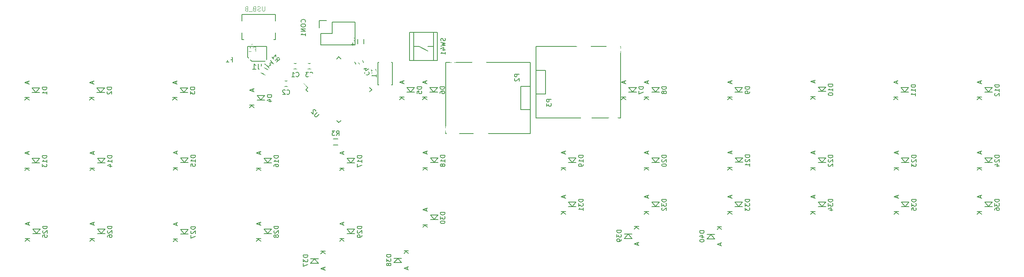
<source format=gbo>
G04 #@! TF.FileFunction,Legend,Bot*
%FSLAX46Y46*%
G04 Gerber Fmt 4.6, Leading zero omitted, Abs format (unit mm)*
G04 Created by KiCad (PCBNEW 4.0.1-stable) date Thursday, March 02, 2017 'PMt' 06:18:16 PM*
%MOMM*%
G01*
G04 APERTURE LIST*
%ADD10C,0.100000*%
%ADD11C,0.150000*%
%ADD12C,0.127000*%
%ADD13C,0.050000*%
%ADD14C,0.381000*%
%ADD15R,1.200000X1.150000*%
%ADD16C,3.400000*%
%ADD17C,2.900000*%
%ADD18O,3.400000X3.400000*%
%ADD19C,1.924000*%
%ADD20O,2.400000X4.400000*%
%ADD21C,3.600000*%
%ADD22C,2.400000*%
%ADD23C,3.400000*%
%ADD24R,2.127200X2.127200*%
%ADD25O,2.127200X2.127200*%
%ADD26R,2.099260X1.700480*%
%ADD27R,0.900000X1.300000*%
%ADD28R,2.800000X2.100000*%
%ADD29R,1.700000X1.950000*%
%ADD30R,1.900000X3.600000*%
%ADD31R,1.300000X0.900000*%
%ADD32R,0.800000X1.750000*%
%ADD33R,2.200000X2.300000*%
%ADD34R,0.300000X0.300000*%
%ADD35R,1.400000X0.800000*%
G04 APERTURE END LIST*
D10*
D11*
X62400000Y-5450000D02*
X63100000Y-5450000D01*
X63100000Y-4250000D02*
X62400000Y-4250000D01*
X118310000Y-11035000D02*
X116210000Y-11035000D01*
X118310000Y-5835000D02*
X118310000Y-11035000D01*
X116210000Y-5835000D02*
X118310000Y-5835000D01*
X116210000Y-485000D02*
X135010000Y-485000D01*
X116210000Y-16385000D02*
X116210000Y-485000D01*
X135010000Y-16385000D02*
X116210000Y-16385000D01*
X135010000Y-16385000D02*
X135010000Y-485000D01*
X112870000Y-9335000D02*
X114970000Y-9335000D01*
X112870000Y-14535000D02*
X112870000Y-9335000D01*
X114970000Y-14535000D02*
X112870000Y-14535000D01*
X114970000Y-19885000D02*
X96170000Y-19885000D01*
X114970000Y-3985000D02*
X114970000Y-19885000D01*
X96170000Y-3985000D02*
X114970000Y-3985000D01*
X96170000Y-3985000D02*
X96170000Y-19885000D01*
X70910000Y4980000D02*
X75990000Y4980000D01*
X68090000Y5260000D02*
X68090000Y3710000D01*
X68370000Y2440000D02*
X70910000Y2440000D01*
X70910000Y2440000D02*
X70910000Y4980000D01*
X75990000Y4980000D02*
X75990000Y-100000D01*
X75990000Y-100000D02*
X70910000Y-100000D01*
X68090000Y5260000D02*
X69640000Y5260000D01*
X68370000Y-100000D02*
X68370000Y2440000D01*
X70910000Y-100000D02*
X68370000Y-100000D01*
X60350000Y-9400000D02*
X61050000Y-9400000D01*
X61050000Y-8200000D02*
X60350000Y-8200000D01*
X65490000Y-5450000D02*
X66190000Y-5450000D01*
X66190000Y-4250000D02*
X65490000Y-4250000D01*
X5049200Y-10700240D02*
X5950000Y-9699480D01*
X5950000Y-9699480D02*
X4250000Y-9699480D01*
X4250000Y-9699480D02*
X5100000Y-10700240D01*
X5950000Y-10700240D02*
X4250000Y-10700240D01*
X19449200Y-10700240D02*
X20350000Y-9699480D01*
X20350000Y-9699480D02*
X18650000Y-9699480D01*
X18650000Y-9699480D02*
X19500000Y-10700240D01*
X20350000Y-10700240D02*
X18650000Y-10700240D01*
X37949200Y-10700240D02*
X38850000Y-9699480D01*
X38850000Y-9699480D02*
X37150000Y-9699480D01*
X37150000Y-9699480D02*
X38000000Y-10700240D01*
X38850000Y-10700240D02*
X37150000Y-10700240D01*
X55049200Y-12400240D02*
X55950000Y-11399480D01*
X55950000Y-11399480D02*
X54250000Y-11399480D01*
X54250000Y-11399480D02*
X55100000Y-12400240D01*
X55950000Y-12400240D02*
X54250000Y-12400240D01*
X88349200Y-10600240D02*
X89250000Y-9599480D01*
X89250000Y-9599480D02*
X87550000Y-9599480D01*
X87550000Y-9599480D02*
X88400000Y-10600240D01*
X89250000Y-10600240D02*
X87550000Y-10600240D01*
X93449200Y-10600240D02*
X94350000Y-9599480D01*
X94350000Y-9599480D02*
X92650000Y-9599480D01*
X92650000Y-9599480D02*
X93500000Y-10600240D01*
X94350000Y-10600240D02*
X92650000Y-10600240D01*
X137649200Y-10600240D02*
X138550000Y-9599480D01*
X138550000Y-9599480D02*
X136850000Y-9599480D01*
X136850000Y-9599480D02*
X137700000Y-10600240D01*
X138550000Y-10600240D02*
X136850000Y-10600240D01*
X142749200Y-10600240D02*
X143650000Y-9599480D01*
X143650000Y-9599480D02*
X141950000Y-9599480D01*
X141950000Y-9599480D02*
X142800000Y-10600240D01*
X143650000Y-10600240D02*
X141950000Y-10600240D01*
X161249200Y-10600240D02*
X162150000Y-9599480D01*
X162150000Y-9599480D02*
X160450000Y-9599480D01*
X160450000Y-9599480D02*
X161300000Y-10600240D01*
X162150000Y-10600240D02*
X160450000Y-10600240D01*
X179749200Y-10500240D02*
X180650000Y-9499480D01*
X180650000Y-9499480D02*
X178950000Y-9499480D01*
X178950000Y-9499480D02*
X179800000Y-10500240D01*
X180650000Y-10500240D02*
X178950000Y-10500240D01*
X198149200Y-10600240D02*
X199050000Y-9599480D01*
X199050000Y-9599480D02*
X197350000Y-9599480D01*
X197350000Y-9599480D02*
X198200000Y-10600240D01*
X199050000Y-10600240D02*
X197350000Y-10600240D01*
X216749200Y-10600240D02*
X217650000Y-9599480D01*
X217650000Y-9599480D02*
X215950000Y-9599480D01*
X215950000Y-9599480D02*
X216800000Y-10600240D01*
X217650000Y-10600240D02*
X215950000Y-10600240D01*
X5049200Y-26400240D02*
X5950000Y-25399480D01*
X5950000Y-25399480D02*
X4250000Y-25399480D01*
X4250000Y-25399480D02*
X5100000Y-26400240D01*
X5950000Y-26400240D02*
X4250000Y-26400240D01*
X19549200Y-26400240D02*
X20450000Y-25399480D01*
X20450000Y-25399480D02*
X18750000Y-25399480D01*
X18750000Y-25399480D02*
X19600000Y-26400240D01*
X20450000Y-26400240D02*
X18750000Y-26400240D01*
X38049200Y-26300240D02*
X38950000Y-25299480D01*
X38950000Y-25299480D02*
X37250000Y-25299480D01*
X37250000Y-25299480D02*
X38100000Y-26300240D01*
X38950000Y-26300240D02*
X37250000Y-26300240D01*
X56549200Y-26400240D02*
X57450000Y-25399480D01*
X57450000Y-25399480D02*
X55750000Y-25399480D01*
X55750000Y-25399480D02*
X56600000Y-26400240D01*
X57450000Y-26400240D02*
X55750000Y-26400240D01*
X75049200Y-26400240D02*
X75950000Y-25399480D01*
X75950000Y-25399480D02*
X74250000Y-25399480D01*
X74250000Y-25399480D02*
X75100000Y-26400240D01*
X75950000Y-26400240D02*
X74250000Y-26400240D01*
X93549200Y-26300240D02*
X94450000Y-25299480D01*
X94450000Y-25299480D02*
X92750000Y-25299480D01*
X92750000Y-25299480D02*
X93600000Y-26300240D01*
X94450000Y-26300240D02*
X92750000Y-26300240D01*
X124249200Y-26300240D02*
X125150000Y-25299480D01*
X125150000Y-25299480D02*
X123450000Y-25299480D01*
X123450000Y-25299480D02*
X124300000Y-26300240D01*
X125150000Y-26300240D02*
X123450000Y-26300240D01*
X142749200Y-26300240D02*
X143650000Y-25299480D01*
X143650000Y-25299480D02*
X141950000Y-25299480D01*
X141950000Y-25299480D02*
X142800000Y-26300240D01*
X143650000Y-26300240D02*
X141950000Y-26300240D01*
X161299200Y-26250240D02*
X162200000Y-25249480D01*
X162200000Y-25249480D02*
X160500000Y-25249480D01*
X160500000Y-25249480D02*
X161350000Y-26250240D01*
X162200000Y-26250240D02*
X160500000Y-26250240D01*
X179749200Y-26300240D02*
X180650000Y-25299480D01*
X180650000Y-25299480D02*
X178950000Y-25299480D01*
X178950000Y-25299480D02*
X179800000Y-26300240D01*
X180650000Y-26300240D02*
X178950000Y-26300240D01*
X198249200Y-26300240D02*
X199150000Y-25299480D01*
X199150000Y-25299480D02*
X197450000Y-25299480D01*
X197450000Y-25299480D02*
X198300000Y-26300240D01*
X199150000Y-26300240D02*
X197450000Y-26300240D01*
X216749200Y-26300240D02*
X217650000Y-25299480D01*
X217650000Y-25299480D02*
X215950000Y-25299480D01*
X215950000Y-25299480D02*
X216800000Y-26300240D01*
X217650000Y-26300240D02*
X215950000Y-26300240D01*
X5149200Y-42100240D02*
X6050000Y-41099480D01*
X6050000Y-41099480D02*
X4350000Y-41099480D01*
X4350000Y-41099480D02*
X5200000Y-42100240D01*
X6050000Y-42100240D02*
X4350000Y-42100240D01*
X19549200Y-42100240D02*
X20450000Y-41099480D01*
X20450000Y-41099480D02*
X18750000Y-41099480D01*
X18750000Y-41099480D02*
X19600000Y-42100240D01*
X20450000Y-42100240D02*
X18750000Y-42100240D01*
X38049200Y-42200240D02*
X38950000Y-41199480D01*
X38950000Y-41199480D02*
X37250000Y-41199480D01*
X37250000Y-41199480D02*
X38100000Y-42200240D01*
X38950000Y-42200240D02*
X37250000Y-42200240D01*
X56549200Y-42100240D02*
X57450000Y-41099480D01*
X57450000Y-41099480D02*
X55750000Y-41099480D01*
X55750000Y-41099480D02*
X56600000Y-42100240D01*
X57450000Y-42100240D02*
X55750000Y-42100240D01*
X75049200Y-42100240D02*
X75950000Y-41099480D01*
X75950000Y-41099480D02*
X74250000Y-41099480D01*
X74250000Y-41099480D02*
X75100000Y-42100240D01*
X75950000Y-42100240D02*
X74250000Y-42100240D01*
X93549200Y-39000240D02*
X94450000Y-37999480D01*
X94450000Y-37999480D02*
X92750000Y-37999480D01*
X92750000Y-37999480D02*
X93600000Y-39000240D01*
X94450000Y-39000240D02*
X92750000Y-39000240D01*
X124249200Y-36100240D02*
X125150000Y-35099480D01*
X125150000Y-35099480D02*
X123450000Y-35099480D01*
X123450000Y-35099480D02*
X124300000Y-36100240D01*
X125150000Y-36100240D02*
X123450000Y-36100240D01*
X142749200Y-36100240D02*
X143650000Y-35099480D01*
X143650000Y-35099480D02*
X141950000Y-35099480D01*
X141950000Y-35099480D02*
X142800000Y-36100240D01*
X143650000Y-36100240D02*
X141950000Y-36100240D01*
X161249200Y-36100240D02*
X162150000Y-35099480D01*
X162150000Y-35099480D02*
X160450000Y-35099480D01*
X160450000Y-35099480D02*
X161300000Y-36100240D01*
X162150000Y-36100240D02*
X160450000Y-36100240D01*
X179749200Y-36100240D02*
X180650000Y-35099480D01*
X180650000Y-35099480D02*
X178950000Y-35099480D01*
X178950000Y-35099480D02*
X179800000Y-36100240D01*
X180650000Y-36100240D02*
X178950000Y-36100240D01*
X198249200Y-36100240D02*
X199150000Y-35099480D01*
X199150000Y-35099480D02*
X197450000Y-35099480D01*
X197450000Y-35099480D02*
X198300000Y-36100240D01*
X199150000Y-36100240D02*
X197450000Y-36100240D01*
X216749200Y-36100240D02*
X217650000Y-35099480D01*
X217650000Y-35099480D02*
X215950000Y-35099480D01*
X215950000Y-35099480D02*
X216800000Y-36100240D01*
X217650000Y-36100240D02*
X215950000Y-36100240D01*
X67050800Y-47699760D02*
X66150000Y-48700520D01*
X66150000Y-48700520D02*
X67850000Y-48700520D01*
X67850000Y-48700520D02*
X67000000Y-47699760D01*
X66150000Y-47699760D02*
X67850000Y-47699760D01*
X85550800Y-47599760D02*
X84650000Y-48600520D01*
X84650000Y-48600520D02*
X86350000Y-48600520D01*
X86350000Y-48600520D02*
X85500000Y-47599760D01*
X84650000Y-47599760D02*
X86350000Y-47599760D01*
X136750800Y-42199760D02*
X135850000Y-43200520D01*
X135850000Y-43200520D02*
X137550000Y-43200520D01*
X137550000Y-43200520D02*
X136700000Y-42199760D01*
X135850000Y-42199760D02*
X137550000Y-42199760D01*
X155150800Y-42299760D02*
X154250000Y-43300520D01*
X154250000Y-43300520D02*
X155950000Y-43300520D01*
X155950000Y-43300520D02*
X155100000Y-42299760D01*
X154250000Y-42299760D02*
X155950000Y-42299760D01*
X56228820Y-4573414D02*
X56935926Y-5280520D01*
X57890520Y-4325926D02*
X57183414Y-3618820D01*
X55129487Y-6344567D02*
X55995513Y-6844567D01*
X56670513Y-5675433D02*
X55804487Y-5175433D01*
X65081445Y-10100000D02*
X65558742Y-9622703D01*
X72400000Y-17418555D02*
X72877297Y-16941258D01*
X79718555Y-10100000D02*
X79241258Y-10577297D01*
X72400000Y-2781445D02*
X71922703Y-3258742D01*
X65081445Y-10100000D02*
X65558742Y-10577297D01*
X72400000Y-2781445D02*
X72877297Y-3258742D01*
X79718555Y-10100000D02*
X79241258Y-9622703D01*
X72400000Y-17418555D02*
X71922703Y-16941258D01*
X65558742Y-9622703D02*
X64657181Y-8721142D01*
X71200000Y-22375000D02*
X72200000Y-22375000D01*
X72200000Y-21025000D02*
X71200000Y-21025000D01*
X84300000Y-4040000D02*
X84300000Y-9040000D01*
X81100000Y-4040000D02*
X84300000Y-4040000D01*
X81100000Y-9040000D02*
X81100000Y-4040000D01*
X84300000Y-9040000D02*
X81100000Y-9040000D01*
X79765628Y-6088685D02*
X79678804Y-5596281D01*
X80614372Y-5431315D02*
X80701196Y-5923719D01*
X77033638Y-4464006D02*
X76783638Y-4030994D01*
X77606362Y-3555994D02*
X77856362Y-3989006D01*
X93420000Y2640000D02*
X93420000Y-3560000D01*
X92220000Y-460000D02*
X93420000Y-460000D01*
X90220000Y-460000D02*
X92220000Y-1460000D01*
X89020000Y-460000D02*
X90220000Y-460000D01*
X89020000Y2640000D02*
X89020000Y-3560000D01*
X88120000Y-3560000D02*
X88120000Y2640000D01*
X94320000Y-3560000D02*
X88120000Y-3560000D01*
X94320000Y2640000D02*
X94320000Y-3560000D01*
X88120000Y2640000D02*
X94320000Y2640000D01*
X77935000Y160000D02*
X77935000Y1160000D01*
X76585000Y1160000D02*
X76585000Y160000D01*
D12*
X50860000Y1020000D02*
X51310000Y1020000D01*
X57910000Y1020000D02*
X58360000Y1020000D01*
X58360000Y1020000D02*
X58360000Y2620000D01*
X58360000Y5220000D02*
X58360000Y6670000D01*
X58360000Y6670000D02*
X50860000Y6670000D01*
X50860000Y6670000D02*
X50860000Y5220000D01*
X50860000Y2620000D02*
X50860000Y1020000D01*
D10*
X53237000Y-5000D02*
G75*
G03X53237000Y-5000I-127000J0D01*
G01*
D11*
X53100000Y-3800000D02*
X52100000Y-2800000D01*
X56400000Y-3800000D02*
X53100000Y-3800000D01*
X52100000Y-2800000D02*
X52100000Y-500000D01*
X52100000Y-500000D02*
X56400000Y-500000D01*
X56400000Y-500000D02*
X56400000Y-3800000D01*
X62916666Y-7107143D02*
X62964285Y-7154762D01*
X63107142Y-7202381D01*
X63202380Y-7202381D01*
X63345238Y-7154762D01*
X63440476Y-7059524D01*
X63488095Y-6964286D01*
X63535714Y-6773810D01*
X63535714Y-6630952D01*
X63488095Y-6440476D01*
X63440476Y-6345238D01*
X63345238Y-6250000D01*
X63202380Y-6202381D01*
X63107142Y-6202381D01*
X62964285Y-6250000D01*
X62916666Y-6297619D01*
X61964285Y-7202381D02*
X62535714Y-7202381D01*
X62250000Y-7202381D02*
X62250000Y-6202381D01*
X62345238Y-6345238D01*
X62440476Y-6440476D01*
X62535714Y-6488095D01*
X119612381Y-12246905D02*
X118612381Y-12246905D01*
X118612381Y-12627858D01*
X118660000Y-12723096D01*
X118707619Y-12770715D01*
X118802857Y-12818334D01*
X118945714Y-12818334D01*
X119040952Y-12770715D01*
X119088571Y-12723096D01*
X119136190Y-12627858D01*
X119136190Y-12246905D01*
X118612381Y-13151667D02*
X118612381Y-13770715D01*
X118993333Y-13437381D01*
X118993333Y-13580239D01*
X119040952Y-13675477D01*
X119088571Y-13723096D01*
X119183810Y-13770715D01*
X119421905Y-13770715D01*
X119517143Y-13723096D01*
X119564762Y-13675477D01*
X119612381Y-13580239D01*
X119612381Y-13294524D01*
X119564762Y-13199286D01*
X119517143Y-13151667D01*
X112472381Y-6646905D02*
X111472381Y-6646905D01*
X111472381Y-7027858D01*
X111520000Y-7123096D01*
X111567619Y-7170715D01*
X111662857Y-7218334D01*
X111805714Y-7218334D01*
X111900952Y-7170715D01*
X111948571Y-7123096D01*
X111996190Y-7027858D01*
X111996190Y-6646905D01*
X111567619Y-7599286D02*
X111520000Y-7646905D01*
X111472381Y-7742143D01*
X111472381Y-7980239D01*
X111520000Y-8075477D01*
X111567619Y-8123096D01*
X111662857Y-8170715D01*
X111758095Y-8170715D01*
X111900952Y-8123096D01*
X112472381Y-7551667D01*
X112472381Y-8170715D01*
X64897143Y4924285D02*
X64944762Y4971904D01*
X64992381Y5114761D01*
X64992381Y5209999D01*
X64944762Y5352857D01*
X64849524Y5448095D01*
X64754286Y5495714D01*
X64563810Y5543333D01*
X64420952Y5543333D01*
X64230476Y5495714D01*
X64135238Y5448095D01*
X64040000Y5352857D01*
X63992381Y5209999D01*
X63992381Y5114761D01*
X64040000Y4971904D01*
X64087619Y4924285D01*
X63992381Y4305238D02*
X63992381Y4114761D01*
X64040000Y4019523D01*
X64135238Y3924285D01*
X64325714Y3876666D01*
X64659048Y3876666D01*
X64849524Y3924285D01*
X64944762Y4019523D01*
X64992381Y4114761D01*
X64992381Y4305238D01*
X64944762Y4400476D01*
X64849524Y4495714D01*
X64659048Y4543333D01*
X64325714Y4543333D01*
X64135238Y4495714D01*
X64040000Y4400476D01*
X63992381Y4305238D01*
X64992381Y3448095D02*
X63992381Y3448095D01*
X64992381Y2876666D01*
X63992381Y2876666D01*
X64992381Y1876666D02*
X64992381Y2448095D01*
X64992381Y2162381D02*
X63992381Y2162381D01*
X64135238Y2257619D01*
X64230476Y2352857D01*
X64278095Y2448095D01*
X60866666Y-11057143D02*
X60914285Y-11104762D01*
X61057142Y-11152381D01*
X61152380Y-11152381D01*
X61295238Y-11104762D01*
X61390476Y-11009524D01*
X61438095Y-10914286D01*
X61485714Y-10723810D01*
X61485714Y-10580952D01*
X61438095Y-10390476D01*
X61390476Y-10295238D01*
X61295238Y-10200000D01*
X61152380Y-10152381D01*
X61057142Y-10152381D01*
X60914285Y-10200000D01*
X60866666Y-10247619D01*
X60485714Y-10247619D02*
X60438095Y-10200000D01*
X60342857Y-10152381D01*
X60104761Y-10152381D01*
X60009523Y-10200000D01*
X59961904Y-10247619D01*
X59914285Y-10342857D01*
X59914285Y-10438095D01*
X59961904Y-10580952D01*
X60533333Y-11152381D01*
X59914285Y-11152381D01*
X66006666Y-7107143D02*
X66054285Y-7154762D01*
X66197142Y-7202381D01*
X66292380Y-7202381D01*
X66435238Y-7154762D01*
X66530476Y-7059524D01*
X66578095Y-6964286D01*
X66625714Y-6773810D01*
X66625714Y-6630952D01*
X66578095Y-6440476D01*
X66530476Y-6345238D01*
X66435238Y-6250000D01*
X66292380Y-6202381D01*
X66197142Y-6202381D01*
X66054285Y-6250000D01*
X66006666Y-6297619D01*
X65673333Y-6202381D02*
X65054285Y-6202381D01*
X65387619Y-6583333D01*
X65244761Y-6583333D01*
X65149523Y-6630952D01*
X65101904Y-6678571D01*
X65054285Y-6773810D01*
X65054285Y-7011905D01*
X65101904Y-7107143D01*
X65149523Y-7154762D01*
X65244761Y-7202381D01*
X65530476Y-7202381D01*
X65625714Y-7154762D01*
X65673333Y-7107143D01*
X7502381Y-9561905D02*
X6502381Y-9561905D01*
X6502381Y-9800000D01*
X6550000Y-9942858D01*
X6645238Y-10038096D01*
X6740476Y-10085715D01*
X6930952Y-10133334D01*
X7073810Y-10133334D01*
X7264286Y-10085715D01*
X7359524Y-10038096D01*
X7454762Y-9942858D01*
X7502381Y-9800000D01*
X7502381Y-9561905D01*
X7502381Y-11085715D02*
X7502381Y-10514286D01*
X7502381Y-10800000D02*
X6502381Y-10800000D01*
X6645238Y-10704762D01*
X6740476Y-10609524D01*
X6788095Y-10514286D01*
X3602381Y-11838095D02*
X2602381Y-11838095D01*
X3602381Y-12409524D02*
X3030952Y-11980952D01*
X2602381Y-12409524D02*
X3173810Y-11838095D01*
X3316667Y-8261905D02*
X3316667Y-8738096D01*
X3602381Y-8166667D02*
X2602381Y-8500000D01*
X3602381Y-8833334D01*
X21902381Y-9561905D02*
X20902381Y-9561905D01*
X20902381Y-9800000D01*
X20950000Y-9942858D01*
X21045238Y-10038096D01*
X21140476Y-10085715D01*
X21330952Y-10133334D01*
X21473810Y-10133334D01*
X21664286Y-10085715D01*
X21759524Y-10038096D01*
X21854762Y-9942858D01*
X21902381Y-9800000D01*
X21902381Y-9561905D01*
X20997619Y-10514286D02*
X20950000Y-10561905D01*
X20902381Y-10657143D01*
X20902381Y-10895239D01*
X20950000Y-10990477D01*
X20997619Y-11038096D01*
X21092857Y-11085715D01*
X21188095Y-11085715D01*
X21330952Y-11038096D01*
X21902381Y-10466667D01*
X21902381Y-11085715D01*
X18002381Y-11838095D02*
X17002381Y-11838095D01*
X18002381Y-12409524D02*
X17430952Y-11980952D01*
X17002381Y-12409524D02*
X17573810Y-11838095D01*
X17716667Y-8261905D02*
X17716667Y-8738096D01*
X18002381Y-8166667D02*
X17002381Y-8500000D01*
X18002381Y-8833334D01*
X40402381Y-9561905D02*
X39402381Y-9561905D01*
X39402381Y-9800000D01*
X39450000Y-9942858D01*
X39545238Y-10038096D01*
X39640476Y-10085715D01*
X39830952Y-10133334D01*
X39973810Y-10133334D01*
X40164286Y-10085715D01*
X40259524Y-10038096D01*
X40354762Y-9942858D01*
X40402381Y-9800000D01*
X40402381Y-9561905D01*
X39402381Y-10466667D02*
X39402381Y-11085715D01*
X39783333Y-10752381D01*
X39783333Y-10895239D01*
X39830952Y-10990477D01*
X39878571Y-11038096D01*
X39973810Y-11085715D01*
X40211905Y-11085715D01*
X40307143Y-11038096D01*
X40354762Y-10990477D01*
X40402381Y-10895239D01*
X40402381Y-10609524D01*
X40354762Y-10514286D01*
X40307143Y-10466667D01*
X36502381Y-11838095D02*
X35502381Y-11838095D01*
X36502381Y-12409524D02*
X35930952Y-11980952D01*
X35502381Y-12409524D02*
X36073810Y-11838095D01*
X36216667Y-8261905D02*
X36216667Y-8738096D01*
X36502381Y-8166667D02*
X35502381Y-8500000D01*
X36502381Y-8833334D01*
X57502381Y-11261905D02*
X56502381Y-11261905D01*
X56502381Y-11500000D01*
X56550000Y-11642858D01*
X56645238Y-11738096D01*
X56740476Y-11785715D01*
X56930952Y-11833334D01*
X57073810Y-11833334D01*
X57264286Y-11785715D01*
X57359524Y-11738096D01*
X57454762Y-11642858D01*
X57502381Y-11500000D01*
X57502381Y-11261905D01*
X56835714Y-12690477D02*
X57502381Y-12690477D01*
X56454762Y-12452381D02*
X57169048Y-12214286D01*
X57169048Y-12833334D01*
X53602381Y-13538095D02*
X52602381Y-13538095D01*
X53602381Y-14109524D02*
X53030952Y-13680952D01*
X52602381Y-14109524D02*
X53173810Y-13538095D01*
X53316667Y-9961905D02*
X53316667Y-10438096D01*
X53602381Y-9866667D02*
X52602381Y-10200000D01*
X53602381Y-10533334D01*
X90802381Y-9461905D02*
X89802381Y-9461905D01*
X89802381Y-9700000D01*
X89850000Y-9842858D01*
X89945238Y-9938096D01*
X90040476Y-9985715D01*
X90230952Y-10033334D01*
X90373810Y-10033334D01*
X90564286Y-9985715D01*
X90659524Y-9938096D01*
X90754762Y-9842858D01*
X90802381Y-9700000D01*
X90802381Y-9461905D01*
X89802381Y-10938096D02*
X89802381Y-10461905D01*
X90278571Y-10414286D01*
X90230952Y-10461905D01*
X90183333Y-10557143D01*
X90183333Y-10795239D01*
X90230952Y-10890477D01*
X90278571Y-10938096D01*
X90373810Y-10985715D01*
X90611905Y-10985715D01*
X90707143Y-10938096D01*
X90754762Y-10890477D01*
X90802381Y-10795239D01*
X90802381Y-10557143D01*
X90754762Y-10461905D01*
X90707143Y-10414286D01*
X86902381Y-11738095D02*
X85902381Y-11738095D01*
X86902381Y-12309524D02*
X86330952Y-11880952D01*
X85902381Y-12309524D02*
X86473810Y-11738095D01*
X86616667Y-8161905D02*
X86616667Y-8638096D01*
X86902381Y-8066667D02*
X85902381Y-8400000D01*
X86902381Y-8733334D01*
X95902381Y-9461905D02*
X94902381Y-9461905D01*
X94902381Y-9700000D01*
X94950000Y-9842858D01*
X95045238Y-9938096D01*
X95140476Y-9985715D01*
X95330952Y-10033334D01*
X95473810Y-10033334D01*
X95664286Y-9985715D01*
X95759524Y-9938096D01*
X95854762Y-9842858D01*
X95902381Y-9700000D01*
X95902381Y-9461905D01*
X94902381Y-10890477D02*
X94902381Y-10700000D01*
X94950000Y-10604762D01*
X94997619Y-10557143D01*
X95140476Y-10461905D01*
X95330952Y-10414286D01*
X95711905Y-10414286D01*
X95807143Y-10461905D01*
X95854762Y-10509524D01*
X95902381Y-10604762D01*
X95902381Y-10795239D01*
X95854762Y-10890477D01*
X95807143Y-10938096D01*
X95711905Y-10985715D01*
X95473810Y-10985715D01*
X95378571Y-10938096D01*
X95330952Y-10890477D01*
X95283333Y-10795239D01*
X95283333Y-10604762D01*
X95330952Y-10509524D01*
X95378571Y-10461905D01*
X95473810Y-10414286D01*
X92002381Y-11738095D02*
X91002381Y-11738095D01*
X92002381Y-12309524D02*
X91430952Y-11880952D01*
X91002381Y-12309524D02*
X91573810Y-11738095D01*
X91716667Y-8161905D02*
X91716667Y-8638096D01*
X92002381Y-8066667D02*
X91002381Y-8400000D01*
X92002381Y-8733334D01*
X140102381Y-9461905D02*
X139102381Y-9461905D01*
X139102381Y-9700000D01*
X139150000Y-9842858D01*
X139245238Y-9938096D01*
X139340476Y-9985715D01*
X139530952Y-10033334D01*
X139673810Y-10033334D01*
X139864286Y-9985715D01*
X139959524Y-9938096D01*
X140054762Y-9842858D01*
X140102381Y-9700000D01*
X140102381Y-9461905D01*
X139102381Y-10366667D02*
X139102381Y-11033334D01*
X140102381Y-10604762D01*
X136202381Y-11738095D02*
X135202381Y-11738095D01*
X136202381Y-12309524D02*
X135630952Y-11880952D01*
X135202381Y-12309524D02*
X135773810Y-11738095D01*
X135916667Y-8161905D02*
X135916667Y-8638096D01*
X136202381Y-8066667D02*
X135202381Y-8400000D01*
X136202381Y-8733334D01*
X145202381Y-9461905D02*
X144202381Y-9461905D01*
X144202381Y-9700000D01*
X144250000Y-9842858D01*
X144345238Y-9938096D01*
X144440476Y-9985715D01*
X144630952Y-10033334D01*
X144773810Y-10033334D01*
X144964286Y-9985715D01*
X145059524Y-9938096D01*
X145154762Y-9842858D01*
X145202381Y-9700000D01*
X145202381Y-9461905D01*
X144630952Y-10604762D02*
X144583333Y-10509524D01*
X144535714Y-10461905D01*
X144440476Y-10414286D01*
X144392857Y-10414286D01*
X144297619Y-10461905D01*
X144250000Y-10509524D01*
X144202381Y-10604762D01*
X144202381Y-10795239D01*
X144250000Y-10890477D01*
X144297619Y-10938096D01*
X144392857Y-10985715D01*
X144440476Y-10985715D01*
X144535714Y-10938096D01*
X144583333Y-10890477D01*
X144630952Y-10795239D01*
X144630952Y-10604762D01*
X144678571Y-10509524D01*
X144726190Y-10461905D01*
X144821429Y-10414286D01*
X145011905Y-10414286D01*
X145107143Y-10461905D01*
X145154762Y-10509524D01*
X145202381Y-10604762D01*
X145202381Y-10795239D01*
X145154762Y-10890477D01*
X145107143Y-10938096D01*
X145011905Y-10985715D01*
X144821429Y-10985715D01*
X144726190Y-10938096D01*
X144678571Y-10890477D01*
X144630952Y-10795239D01*
X141302381Y-11738095D02*
X140302381Y-11738095D01*
X141302381Y-12309524D02*
X140730952Y-11880952D01*
X140302381Y-12309524D02*
X140873810Y-11738095D01*
X141016667Y-8161905D02*
X141016667Y-8638096D01*
X141302381Y-8066667D02*
X140302381Y-8400000D01*
X141302381Y-8733334D01*
X163702381Y-9461905D02*
X162702381Y-9461905D01*
X162702381Y-9700000D01*
X162750000Y-9842858D01*
X162845238Y-9938096D01*
X162940476Y-9985715D01*
X163130952Y-10033334D01*
X163273810Y-10033334D01*
X163464286Y-9985715D01*
X163559524Y-9938096D01*
X163654762Y-9842858D01*
X163702381Y-9700000D01*
X163702381Y-9461905D01*
X163702381Y-10509524D02*
X163702381Y-10700000D01*
X163654762Y-10795239D01*
X163607143Y-10842858D01*
X163464286Y-10938096D01*
X163273810Y-10985715D01*
X162892857Y-10985715D01*
X162797619Y-10938096D01*
X162750000Y-10890477D01*
X162702381Y-10795239D01*
X162702381Y-10604762D01*
X162750000Y-10509524D01*
X162797619Y-10461905D01*
X162892857Y-10414286D01*
X163130952Y-10414286D01*
X163226190Y-10461905D01*
X163273810Y-10509524D01*
X163321429Y-10604762D01*
X163321429Y-10795239D01*
X163273810Y-10890477D01*
X163226190Y-10938096D01*
X163130952Y-10985715D01*
X159802381Y-11738095D02*
X158802381Y-11738095D01*
X159802381Y-12309524D02*
X159230952Y-11880952D01*
X158802381Y-12309524D02*
X159373810Y-11738095D01*
X159516667Y-8161905D02*
X159516667Y-8638096D01*
X159802381Y-8066667D02*
X158802381Y-8400000D01*
X159802381Y-8733334D01*
X182202381Y-8885714D02*
X181202381Y-8885714D01*
X181202381Y-9123809D01*
X181250000Y-9266667D01*
X181345238Y-9361905D01*
X181440476Y-9409524D01*
X181630952Y-9457143D01*
X181773810Y-9457143D01*
X181964286Y-9409524D01*
X182059524Y-9361905D01*
X182154762Y-9266667D01*
X182202381Y-9123809D01*
X182202381Y-8885714D01*
X182202381Y-10409524D02*
X182202381Y-9838095D01*
X182202381Y-10123809D02*
X181202381Y-10123809D01*
X181345238Y-10028571D01*
X181440476Y-9933333D01*
X181488095Y-9838095D01*
X181202381Y-11028571D02*
X181202381Y-11123810D01*
X181250000Y-11219048D01*
X181297619Y-11266667D01*
X181392857Y-11314286D01*
X181583333Y-11361905D01*
X181821429Y-11361905D01*
X182011905Y-11314286D01*
X182107143Y-11266667D01*
X182154762Y-11219048D01*
X182202381Y-11123810D01*
X182202381Y-11028571D01*
X182154762Y-10933333D01*
X182107143Y-10885714D01*
X182011905Y-10838095D01*
X181821429Y-10790476D01*
X181583333Y-10790476D01*
X181392857Y-10838095D01*
X181297619Y-10885714D01*
X181250000Y-10933333D01*
X181202381Y-11028571D01*
X178302381Y-11638095D02*
X177302381Y-11638095D01*
X178302381Y-12209524D02*
X177730952Y-11780952D01*
X177302381Y-12209524D02*
X177873810Y-11638095D01*
X178016667Y-8061905D02*
X178016667Y-8538096D01*
X178302381Y-7966667D02*
X177302381Y-8300000D01*
X178302381Y-8633334D01*
X200602381Y-8985714D02*
X199602381Y-8985714D01*
X199602381Y-9223809D01*
X199650000Y-9366667D01*
X199745238Y-9461905D01*
X199840476Y-9509524D01*
X200030952Y-9557143D01*
X200173810Y-9557143D01*
X200364286Y-9509524D01*
X200459524Y-9461905D01*
X200554762Y-9366667D01*
X200602381Y-9223809D01*
X200602381Y-8985714D01*
X200602381Y-10509524D02*
X200602381Y-9938095D01*
X200602381Y-10223809D02*
X199602381Y-10223809D01*
X199745238Y-10128571D01*
X199840476Y-10033333D01*
X199888095Y-9938095D01*
X200602381Y-11461905D02*
X200602381Y-10890476D01*
X200602381Y-11176190D02*
X199602381Y-11176190D01*
X199745238Y-11080952D01*
X199840476Y-10985714D01*
X199888095Y-10890476D01*
X196702381Y-11738095D02*
X195702381Y-11738095D01*
X196702381Y-12309524D02*
X196130952Y-11880952D01*
X195702381Y-12309524D02*
X196273810Y-11738095D01*
X196416667Y-8161905D02*
X196416667Y-8638096D01*
X196702381Y-8066667D02*
X195702381Y-8400000D01*
X196702381Y-8733334D01*
X219202381Y-8985714D02*
X218202381Y-8985714D01*
X218202381Y-9223809D01*
X218250000Y-9366667D01*
X218345238Y-9461905D01*
X218440476Y-9509524D01*
X218630952Y-9557143D01*
X218773810Y-9557143D01*
X218964286Y-9509524D01*
X219059524Y-9461905D01*
X219154762Y-9366667D01*
X219202381Y-9223809D01*
X219202381Y-8985714D01*
X219202381Y-10509524D02*
X219202381Y-9938095D01*
X219202381Y-10223809D02*
X218202381Y-10223809D01*
X218345238Y-10128571D01*
X218440476Y-10033333D01*
X218488095Y-9938095D01*
X218297619Y-10890476D02*
X218250000Y-10938095D01*
X218202381Y-11033333D01*
X218202381Y-11271429D01*
X218250000Y-11366667D01*
X218297619Y-11414286D01*
X218392857Y-11461905D01*
X218488095Y-11461905D01*
X218630952Y-11414286D01*
X219202381Y-10842857D01*
X219202381Y-11461905D01*
X215302381Y-11738095D02*
X214302381Y-11738095D01*
X215302381Y-12309524D02*
X214730952Y-11880952D01*
X214302381Y-12309524D02*
X214873810Y-11738095D01*
X215016667Y-8161905D02*
X215016667Y-8638096D01*
X215302381Y-8066667D02*
X214302381Y-8400000D01*
X215302381Y-8733334D01*
X7502381Y-24785714D02*
X6502381Y-24785714D01*
X6502381Y-25023809D01*
X6550000Y-25166667D01*
X6645238Y-25261905D01*
X6740476Y-25309524D01*
X6930952Y-25357143D01*
X7073810Y-25357143D01*
X7264286Y-25309524D01*
X7359524Y-25261905D01*
X7454762Y-25166667D01*
X7502381Y-25023809D01*
X7502381Y-24785714D01*
X7502381Y-26309524D02*
X7502381Y-25738095D01*
X7502381Y-26023809D02*
X6502381Y-26023809D01*
X6645238Y-25928571D01*
X6740476Y-25833333D01*
X6788095Y-25738095D01*
X6502381Y-26642857D02*
X6502381Y-27261905D01*
X6883333Y-26928571D01*
X6883333Y-27071429D01*
X6930952Y-27166667D01*
X6978571Y-27214286D01*
X7073810Y-27261905D01*
X7311905Y-27261905D01*
X7407143Y-27214286D01*
X7454762Y-27166667D01*
X7502381Y-27071429D01*
X7502381Y-26785714D01*
X7454762Y-26690476D01*
X7407143Y-26642857D01*
X3602381Y-27538095D02*
X2602381Y-27538095D01*
X3602381Y-28109524D02*
X3030952Y-27680952D01*
X2602381Y-28109524D02*
X3173810Y-27538095D01*
X3316667Y-23961905D02*
X3316667Y-24438096D01*
X3602381Y-23866667D02*
X2602381Y-24200000D01*
X3602381Y-24533334D01*
X22002381Y-24785714D02*
X21002381Y-24785714D01*
X21002381Y-25023809D01*
X21050000Y-25166667D01*
X21145238Y-25261905D01*
X21240476Y-25309524D01*
X21430952Y-25357143D01*
X21573810Y-25357143D01*
X21764286Y-25309524D01*
X21859524Y-25261905D01*
X21954762Y-25166667D01*
X22002381Y-25023809D01*
X22002381Y-24785714D01*
X22002381Y-26309524D02*
X22002381Y-25738095D01*
X22002381Y-26023809D02*
X21002381Y-26023809D01*
X21145238Y-25928571D01*
X21240476Y-25833333D01*
X21288095Y-25738095D01*
X21335714Y-27166667D02*
X22002381Y-27166667D01*
X20954762Y-26928571D02*
X21669048Y-26690476D01*
X21669048Y-27309524D01*
X18102381Y-27538095D02*
X17102381Y-27538095D01*
X18102381Y-28109524D02*
X17530952Y-27680952D01*
X17102381Y-28109524D02*
X17673810Y-27538095D01*
X17816667Y-23961905D02*
X17816667Y-24438096D01*
X18102381Y-23866667D02*
X17102381Y-24200000D01*
X18102381Y-24533334D01*
X40502381Y-24685714D02*
X39502381Y-24685714D01*
X39502381Y-24923809D01*
X39550000Y-25066667D01*
X39645238Y-25161905D01*
X39740476Y-25209524D01*
X39930952Y-25257143D01*
X40073810Y-25257143D01*
X40264286Y-25209524D01*
X40359524Y-25161905D01*
X40454762Y-25066667D01*
X40502381Y-24923809D01*
X40502381Y-24685714D01*
X40502381Y-26209524D02*
X40502381Y-25638095D01*
X40502381Y-25923809D02*
X39502381Y-25923809D01*
X39645238Y-25828571D01*
X39740476Y-25733333D01*
X39788095Y-25638095D01*
X39502381Y-27114286D02*
X39502381Y-26638095D01*
X39978571Y-26590476D01*
X39930952Y-26638095D01*
X39883333Y-26733333D01*
X39883333Y-26971429D01*
X39930952Y-27066667D01*
X39978571Y-27114286D01*
X40073810Y-27161905D01*
X40311905Y-27161905D01*
X40407143Y-27114286D01*
X40454762Y-27066667D01*
X40502381Y-26971429D01*
X40502381Y-26733333D01*
X40454762Y-26638095D01*
X40407143Y-26590476D01*
X36602381Y-27438095D02*
X35602381Y-27438095D01*
X36602381Y-28009524D02*
X36030952Y-27580952D01*
X35602381Y-28009524D02*
X36173810Y-27438095D01*
X36316667Y-23861905D02*
X36316667Y-24338096D01*
X36602381Y-23766667D02*
X35602381Y-24100000D01*
X36602381Y-24433334D01*
X59002381Y-24785714D02*
X58002381Y-24785714D01*
X58002381Y-25023809D01*
X58050000Y-25166667D01*
X58145238Y-25261905D01*
X58240476Y-25309524D01*
X58430952Y-25357143D01*
X58573810Y-25357143D01*
X58764286Y-25309524D01*
X58859524Y-25261905D01*
X58954762Y-25166667D01*
X59002381Y-25023809D01*
X59002381Y-24785714D01*
X59002381Y-26309524D02*
X59002381Y-25738095D01*
X59002381Y-26023809D02*
X58002381Y-26023809D01*
X58145238Y-25928571D01*
X58240476Y-25833333D01*
X58288095Y-25738095D01*
X58002381Y-27166667D02*
X58002381Y-26976190D01*
X58050000Y-26880952D01*
X58097619Y-26833333D01*
X58240476Y-26738095D01*
X58430952Y-26690476D01*
X58811905Y-26690476D01*
X58907143Y-26738095D01*
X58954762Y-26785714D01*
X59002381Y-26880952D01*
X59002381Y-27071429D01*
X58954762Y-27166667D01*
X58907143Y-27214286D01*
X58811905Y-27261905D01*
X58573810Y-27261905D01*
X58478571Y-27214286D01*
X58430952Y-27166667D01*
X58383333Y-27071429D01*
X58383333Y-26880952D01*
X58430952Y-26785714D01*
X58478571Y-26738095D01*
X58573810Y-26690476D01*
X55102381Y-27538095D02*
X54102381Y-27538095D01*
X55102381Y-28109524D02*
X54530952Y-27680952D01*
X54102381Y-28109524D02*
X54673810Y-27538095D01*
X54816667Y-23961905D02*
X54816667Y-24438096D01*
X55102381Y-23866667D02*
X54102381Y-24200000D01*
X55102381Y-24533334D01*
X77502381Y-24785714D02*
X76502381Y-24785714D01*
X76502381Y-25023809D01*
X76550000Y-25166667D01*
X76645238Y-25261905D01*
X76740476Y-25309524D01*
X76930952Y-25357143D01*
X77073810Y-25357143D01*
X77264286Y-25309524D01*
X77359524Y-25261905D01*
X77454762Y-25166667D01*
X77502381Y-25023809D01*
X77502381Y-24785714D01*
X77502381Y-26309524D02*
X77502381Y-25738095D01*
X77502381Y-26023809D02*
X76502381Y-26023809D01*
X76645238Y-25928571D01*
X76740476Y-25833333D01*
X76788095Y-25738095D01*
X76502381Y-26642857D02*
X76502381Y-27309524D01*
X77502381Y-26880952D01*
X73602381Y-27538095D02*
X72602381Y-27538095D01*
X73602381Y-28109524D02*
X73030952Y-27680952D01*
X72602381Y-28109524D02*
X73173810Y-27538095D01*
X73316667Y-23961905D02*
X73316667Y-24438096D01*
X73602381Y-23866667D02*
X72602381Y-24200000D01*
X73602381Y-24533334D01*
X96002381Y-24685714D02*
X95002381Y-24685714D01*
X95002381Y-24923809D01*
X95050000Y-25066667D01*
X95145238Y-25161905D01*
X95240476Y-25209524D01*
X95430952Y-25257143D01*
X95573810Y-25257143D01*
X95764286Y-25209524D01*
X95859524Y-25161905D01*
X95954762Y-25066667D01*
X96002381Y-24923809D01*
X96002381Y-24685714D01*
X96002381Y-26209524D02*
X96002381Y-25638095D01*
X96002381Y-25923809D02*
X95002381Y-25923809D01*
X95145238Y-25828571D01*
X95240476Y-25733333D01*
X95288095Y-25638095D01*
X95430952Y-26780952D02*
X95383333Y-26685714D01*
X95335714Y-26638095D01*
X95240476Y-26590476D01*
X95192857Y-26590476D01*
X95097619Y-26638095D01*
X95050000Y-26685714D01*
X95002381Y-26780952D01*
X95002381Y-26971429D01*
X95050000Y-27066667D01*
X95097619Y-27114286D01*
X95192857Y-27161905D01*
X95240476Y-27161905D01*
X95335714Y-27114286D01*
X95383333Y-27066667D01*
X95430952Y-26971429D01*
X95430952Y-26780952D01*
X95478571Y-26685714D01*
X95526190Y-26638095D01*
X95621429Y-26590476D01*
X95811905Y-26590476D01*
X95907143Y-26638095D01*
X95954762Y-26685714D01*
X96002381Y-26780952D01*
X96002381Y-26971429D01*
X95954762Y-27066667D01*
X95907143Y-27114286D01*
X95811905Y-27161905D01*
X95621429Y-27161905D01*
X95526190Y-27114286D01*
X95478571Y-27066667D01*
X95430952Y-26971429D01*
X92102381Y-27438095D02*
X91102381Y-27438095D01*
X92102381Y-28009524D02*
X91530952Y-27580952D01*
X91102381Y-28009524D02*
X91673810Y-27438095D01*
X91816667Y-23861905D02*
X91816667Y-24338096D01*
X92102381Y-23766667D02*
X91102381Y-24100000D01*
X92102381Y-24433334D01*
X126702381Y-24685714D02*
X125702381Y-24685714D01*
X125702381Y-24923809D01*
X125750000Y-25066667D01*
X125845238Y-25161905D01*
X125940476Y-25209524D01*
X126130952Y-25257143D01*
X126273810Y-25257143D01*
X126464286Y-25209524D01*
X126559524Y-25161905D01*
X126654762Y-25066667D01*
X126702381Y-24923809D01*
X126702381Y-24685714D01*
X126702381Y-26209524D02*
X126702381Y-25638095D01*
X126702381Y-25923809D02*
X125702381Y-25923809D01*
X125845238Y-25828571D01*
X125940476Y-25733333D01*
X125988095Y-25638095D01*
X126702381Y-26685714D02*
X126702381Y-26876190D01*
X126654762Y-26971429D01*
X126607143Y-27019048D01*
X126464286Y-27114286D01*
X126273810Y-27161905D01*
X125892857Y-27161905D01*
X125797619Y-27114286D01*
X125750000Y-27066667D01*
X125702381Y-26971429D01*
X125702381Y-26780952D01*
X125750000Y-26685714D01*
X125797619Y-26638095D01*
X125892857Y-26590476D01*
X126130952Y-26590476D01*
X126226190Y-26638095D01*
X126273810Y-26685714D01*
X126321429Y-26780952D01*
X126321429Y-26971429D01*
X126273810Y-27066667D01*
X126226190Y-27114286D01*
X126130952Y-27161905D01*
X122802381Y-27438095D02*
X121802381Y-27438095D01*
X122802381Y-28009524D02*
X122230952Y-27580952D01*
X121802381Y-28009524D02*
X122373810Y-27438095D01*
X122516667Y-23861905D02*
X122516667Y-24338096D01*
X122802381Y-23766667D02*
X121802381Y-24100000D01*
X122802381Y-24433334D01*
X145202381Y-24685714D02*
X144202381Y-24685714D01*
X144202381Y-24923809D01*
X144250000Y-25066667D01*
X144345238Y-25161905D01*
X144440476Y-25209524D01*
X144630952Y-25257143D01*
X144773810Y-25257143D01*
X144964286Y-25209524D01*
X145059524Y-25161905D01*
X145154762Y-25066667D01*
X145202381Y-24923809D01*
X145202381Y-24685714D01*
X144297619Y-25638095D02*
X144250000Y-25685714D01*
X144202381Y-25780952D01*
X144202381Y-26019048D01*
X144250000Y-26114286D01*
X144297619Y-26161905D01*
X144392857Y-26209524D01*
X144488095Y-26209524D01*
X144630952Y-26161905D01*
X145202381Y-25590476D01*
X145202381Y-26209524D01*
X144202381Y-26828571D02*
X144202381Y-26923810D01*
X144250000Y-27019048D01*
X144297619Y-27066667D01*
X144392857Y-27114286D01*
X144583333Y-27161905D01*
X144821429Y-27161905D01*
X145011905Y-27114286D01*
X145107143Y-27066667D01*
X145154762Y-27019048D01*
X145202381Y-26923810D01*
X145202381Y-26828571D01*
X145154762Y-26733333D01*
X145107143Y-26685714D01*
X145011905Y-26638095D01*
X144821429Y-26590476D01*
X144583333Y-26590476D01*
X144392857Y-26638095D01*
X144297619Y-26685714D01*
X144250000Y-26733333D01*
X144202381Y-26828571D01*
X141302381Y-27438095D02*
X140302381Y-27438095D01*
X141302381Y-28009524D02*
X140730952Y-27580952D01*
X140302381Y-28009524D02*
X140873810Y-27438095D01*
X141016667Y-23861905D02*
X141016667Y-24338096D01*
X141302381Y-23766667D02*
X140302381Y-24100000D01*
X141302381Y-24433334D01*
X163752381Y-24635714D02*
X162752381Y-24635714D01*
X162752381Y-24873809D01*
X162800000Y-25016667D01*
X162895238Y-25111905D01*
X162990476Y-25159524D01*
X163180952Y-25207143D01*
X163323810Y-25207143D01*
X163514286Y-25159524D01*
X163609524Y-25111905D01*
X163704762Y-25016667D01*
X163752381Y-24873809D01*
X163752381Y-24635714D01*
X162847619Y-25588095D02*
X162800000Y-25635714D01*
X162752381Y-25730952D01*
X162752381Y-25969048D01*
X162800000Y-26064286D01*
X162847619Y-26111905D01*
X162942857Y-26159524D01*
X163038095Y-26159524D01*
X163180952Y-26111905D01*
X163752381Y-25540476D01*
X163752381Y-26159524D01*
X163752381Y-27111905D02*
X163752381Y-26540476D01*
X163752381Y-26826190D02*
X162752381Y-26826190D01*
X162895238Y-26730952D01*
X162990476Y-26635714D01*
X163038095Y-26540476D01*
X159852381Y-27388095D02*
X158852381Y-27388095D01*
X159852381Y-27959524D02*
X159280952Y-27530952D01*
X158852381Y-27959524D02*
X159423810Y-27388095D01*
X159566667Y-23811905D02*
X159566667Y-24288096D01*
X159852381Y-23716667D02*
X158852381Y-24050000D01*
X159852381Y-24383334D01*
X182202381Y-24685714D02*
X181202381Y-24685714D01*
X181202381Y-24923809D01*
X181250000Y-25066667D01*
X181345238Y-25161905D01*
X181440476Y-25209524D01*
X181630952Y-25257143D01*
X181773810Y-25257143D01*
X181964286Y-25209524D01*
X182059524Y-25161905D01*
X182154762Y-25066667D01*
X182202381Y-24923809D01*
X182202381Y-24685714D01*
X181297619Y-25638095D02*
X181250000Y-25685714D01*
X181202381Y-25780952D01*
X181202381Y-26019048D01*
X181250000Y-26114286D01*
X181297619Y-26161905D01*
X181392857Y-26209524D01*
X181488095Y-26209524D01*
X181630952Y-26161905D01*
X182202381Y-25590476D01*
X182202381Y-26209524D01*
X181297619Y-26590476D02*
X181250000Y-26638095D01*
X181202381Y-26733333D01*
X181202381Y-26971429D01*
X181250000Y-27066667D01*
X181297619Y-27114286D01*
X181392857Y-27161905D01*
X181488095Y-27161905D01*
X181630952Y-27114286D01*
X182202381Y-26542857D01*
X182202381Y-27161905D01*
X178302381Y-27438095D02*
X177302381Y-27438095D01*
X178302381Y-28009524D02*
X177730952Y-27580952D01*
X177302381Y-28009524D02*
X177873810Y-27438095D01*
X178016667Y-23861905D02*
X178016667Y-24338096D01*
X178302381Y-23766667D02*
X177302381Y-24100000D01*
X178302381Y-24433334D01*
X200702381Y-24685714D02*
X199702381Y-24685714D01*
X199702381Y-24923809D01*
X199750000Y-25066667D01*
X199845238Y-25161905D01*
X199940476Y-25209524D01*
X200130952Y-25257143D01*
X200273810Y-25257143D01*
X200464286Y-25209524D01*
X200559524Y-25161905D01*
X200654762Y-25066667D01*
X200702381Y-24923809D01*
X200702381Y-24685714D01*
X199797619Y-25638095D02*
X199750000Y-25685714D01*
X199702381Y-25780952D01*
X199702381Y-26019048D01*
X199750000Y-26114286D01*
X199797619Y-26161905D01*
X199892857Y-26209524D01*
X199988095Y-26209524D01*
X200130952Y-26161905D01*
X200702381Y-25590476D01*
X200702381Y-26209524D01*
X199702381Y-26542857D02*
X199702381Y-27161905D01*
X200083333Y-26828571D01*
X200083333Y-26971429D01*
X200130952Y-27066667D01*
X200178571Y-27114286D01*
X200273810Y-27161905D01*
X200511905Y-27161905D01*
X200607143Y-27114286D01*
X200654762Y-27066667D01*
X200702381Y-26971429D01*
X200702381Y-26685714D01*
X200654762Y-26590476D01*
X200607143Y-26542857D01*
X196802381Y-27438095D02*
X195802381Y-27438095D01*
X196802381Y-28009524D02*
X196230952Y-27580952D01*
X195802381Y-28009524D02*
X196373810Y-27438095D01*
X196516667Y-23861905D02*
X196516667Y-24338096D01*
X196802381Y-23766667D02*
X195802381Y-24100000D01*
X196802381Y-24433334D01*
X219202381Y-24685714D02*
X218202381Y-24685714D01*
X218202381Y-24923809D01*
X218250000Y-25066667D01*
X218345238Y-25161905D01*
X218440476Y-25209524D01*
X218630952Y-25257143D01*
X218773810Y-25257143D01*
X218964286Y-25209524D01*
X219059524Y-25161905D01*
X219154762Y-25066667D01*
X219202381Y-24923809D01*
X219202381Y-24685714D01*
X218297619Y-25638095D02*
X218250000Y-25685714D01*
X218202381Y-25780952D01*
X218202381Y-26019048D01*
X218250000Y-26114286D01*
X218297619Y-26161905D01*
X218392857Y-26209524D01*
X218488095Y-26209524D01*
X218630952Y-26161905D01*
X219202381Y-25590476D01*
X219202381Y-26209524D01*
X218535714Y-27066667D02*
X219202381Y-27066667D01*
X218154762Y-26828571D02*
X218869048Y-26590476D01*
X218869048Y-27209524D01*
X215302381Y-27438095D02*
X214302381Y-27438095D01*
X215302381Y-28009524D02*
X214730952Y-27580952D01*
X214302381Y-28009524D02*
X214873810Y-27438095D01*
X215016667Y-23861905D02*
X215016667Y-24338096D01*
X215302381Y-23766667D02*
X214302381Y-24100000D01*
X215302381Y-24433334D01*
X7602381Y-40485714D02*
X6602381Y-40485714D01*
X6602381Y-40723809D01*
X6650000Y-40866667D01*
X6745238Y-40961905D01*
X6840476Y-41009524D01*
X7030952Y-41057143D01*
X7173810Y-41057143D01*
X7364286Y-41009524D01*
X7459524Y-40961905D01*
X7554762Y-40866667D01*
X7602381Y-40723809D01*
X7602381Y-40485714D01*
X6697619Y-41438095D02*
X6650000Y-41485714D01*
X6602381Y-41580952D01*
X6602381Y-41819048D01*
X6650000Y-41914286D01*
X6697619Y-41961905D01*
X6792857Y-42009524D01*
X6888095Y-42009524D01*
X7030952Y-41961905D01*
X7602381Y-41390476D01*
X7602381Y-42009524D01*
X6602381Y-42914286D02*
X6602381Y-42438095D01*
X7078571Y-42390476D01*
X7030952Y-42438095D01*
X6983333Y-42533333D01*
X6983333Y-42771429D01*
X7030952Y-42866667D01*
X7078571Y-42914286D01*
X7173810Y-42961905D01*
X7411905Y-42961905D01*
X7507143Y-42914286D01*
X7554762Y-42866667D01*
X7602381Y-42771429D01*
X7602381Y-42533333D01*
X7554762Y-42438095D01*
X7507143Y-42390476D01*
X3702381Y-43238095D02*
X2702381Y-43238095D01*
X3702381Y-43809524D02*
X3130952Y-43380952D01*
X2702381Y-43809524D02*
X3273810Y-43238095D01*
X3416667Y-39661905D02*
X3416667Y-40138096D01*
X3702381Y-39566667D02*
X2702381Y-39900000D01*
X3702381Y-40233334D01*
X22002381Y-40485714D02*
X21002381Y-40485714D01*
X21002381Y-40723809D01*
X21050000Y-40866667D01*
X21145238Y-40961905D01*
X21240476Y-41009524D01*
X21430952Y-41057143D01*
X21573810Y-41057143D01*
X21764286Y-41009524D01*
X21859524Y-40961905D01*
X21954762Y-40866667D01*
X22002381Y-40723809D01*
X22002381Y-40485714D01*
X21097619Y-41438095D02*
X21050000Y-41485714D01*
X21002381Y-41580952D01*
X21002381Y-41819048D01*
X21050000Y-41914286D01*
X21097619Y-41961905D01*
X21192857Y-42009524D01*
X21288095Y-42009524D01*
X21430952Y-41961905D01*
X22002381Y-41390476D01*
X22002381Y-42009524D01*
X21002381Y-42866667D02*
X21002381Y-42676190D01*
X21050000Y-42580952D01*
X21097619Y-42533333D01*
X21240476Y-42438095D01*
X21430952Y-42390476D01*
X21811905Y-42390476D01*
X21907143Y-42438095D01*
X21954762Y-42485714D01*
X22002381Y-42580952D01*
X22002381Y-42771429D01*
X21954762Y-42866667D01*
X21907143Y-42914286D01*
X21811905Y-42961905D01*
X21573810Y-42961905D01*
X21478571Y-42914286D01*
X21430952Y-42866667D01*
X21383333Y-42771429D01*
X21383333Y-42580952D01*
X21430952Y-42485714D01*
X21478571Y-42438095D01*
X21573810Y-42390476D01*
X18102381Y-43238095D02*
X17102381Y-43238095D01*
X18102381Y-43809524D02*
X17530952Y-43380952D01*
X17102381Y-43809524D02*
X17673810Y-43238095D01*
X17816667Y-39661905D02*
X17816667Y-40138096D01*
X18102381Y-39566667D02*
X17102381Y-39900000D01*
X18102381Y-40233334D01*
X40502381Y-40585714D02*
X39502381Y-40585714D01*
X39502381Y-40823809D01*
X39550000Y-40966667D01*
X39645238Y-41061905D01*
X39740476Y-41109524D01*
X39930952Y-41157143D01*
X40073810Y-41157143D01*
X40264286Y-41109524D01*
X40359524Y-41061905D01*
X40454762Y-40966667D01*
X40502381Y-40823809D01*
X40502381Y-40585714D01*
X39597619Y-41538095D02*
X39550000Y-41585714D01*
X39502381Y-41680952D01*
X39502381Y-41919048D01*
X39550000Y-42014286D01*
X39597619Y-42061905D01*
X39692857Y-42109524D01*
X39788095Y-42109524D01*
X39930952Y-42061905D01*
X40502381Y-41490476D01*
X40502381Y-42109524D01*
X39502381Y-42442857D02*
X39502381Y-43109524D01*
X40502381Y-42680952D01*
X36602381Y-43338095D02*
X35602381Y-43338095D01*
X36602381Y-43909524D02*
X36030952Y-43480952D01*
X35602381Y-43909524D02*
X36173810Y-43338095D01*
X36316667Y-39761905D02*
X36316667Y-40238096D01*
X36602381Y-39666667D02*
X35602381Y-40000000D01*
X36602381Y-40333334D01*
X59002381Y-40485714D02*
X58002381Y-40485714D01*
X58002381Y-40723809D01*
X58050000Y-40866667D01*
X58145238Y-40961905D01*
X58240476Y-41009524D01*
X58430952Y-41057143D01*
X58573810Y-41057143D01*
X58764286Y-41009524D01*
X58859524Y-40961905D01*
X58954762Y-40866667D01*
X59002381Y-40723809D01*
X59002381Y-40485714D01*
X58097619Y-41438095D02*
X58050000Y-41485714D01*
X58002381Y-41580952D01*
X58002381Y-41819048D01*
X58050000Y-41914286D01*
X58097619Y-41961905D01*
X58192857Y-42009524D01*
X58288095Y-42009524D01*
X58430952Y-41961905D01*
X59002381Y-41390476D01*
X59002381Y-42009524D01*
X58430952Y-42580952D02*
X58383333Y-42485714D01*
X58335714Y-42438095D01*
X58240476Y-42390476D01*
X58192857Y-42390476D01*
X58097619Y-42438095D01*
X58050000Y-42485714D01*
X58002381Y-42580952D01*
X58002381Y-42771429D01*
X58050000Y-42866667D01*
X58097619Y-42914286D01*
X58192857Y-42961905D01*
X58240476Y-42961905D01*
X58335714Y-42914286D01*
X58383333Y-42866667D01*
X58430952Y-42771429D01*
X58430952Y-42580952D01*
X58478571Y-42485714D01*
X58526190Y-42438095D01*
X58621429Y-42390476D01*
X58811905Y-42390476D01*
X58907143Y-42438095D01*
X58954762Y-42485714D01*
X59002381Y-42580952D01*
X59002381Y-42771429D01*
X58954762Y-42866667D01*
X58907143Y-42914286D01*
X58811905Y-42961905D01*
X58621429Y-42961905D01*
X58526190Y-42914286D01*
X58478571Y-42866667D01*
X58430952Y-42771429D01*
X55102381Y-43238095D02*
X54102381Y-43238095D01*
X55102381Y-43809524D02*
X54530952Y-43380952D01*
X54102381Y-43809524D02*
X54673810Y-43238095D01*
X54816667Y-39661905D02*
X54816667Y-40138096D01*
X55102381Y-39566667D02*
X54102381Y-39900000D01*
X55102381Y-40233334D01*
X77502381Y-40485714D02*
X76502381Y-40485714D01*
X76502381Y-40723809D01*
X76550000Y-40866667D01*
X76645238Y-40961905D01*
X76740476Y-41009524D01*
X76930952Y-41057143D01*
X77073810Y-41057143D01*
X77264286Y-41009524D01*
X77359524Y-40961905D01*
X77454762Y-40866667D01*
X77502381Y-40723809D01*
X77502381Y-40485714D01*
X76597619Y-41438095D02*
X76550000Y-41485714D01*
X76502381Y-41580952D01*
X76502381Y-41819048D01*
X76550000Y-41914286D01*
X76597619Y-41961905D01*
X76692857Y-42009524D01*
X76788095Y-42009524D01*
X76930952Y-41961905D01*
X77502381Y-41390476D01*
X77502381Y-42009524D01*
X77502381Y-42485714D02*
X77502381Y-42676190D01*
X77454762Y-42771429D01*
X77407143Y-42819048D01*
X77264286Y-42914286D01*
X77073810Y-42961905D01*
X76692857Y-42961905D01*
X76597619Y-42914286D01*
X76550000Y-42866667D01*
X76502381Y-42771429D01*
X76502381Y-42580952D01*
X76550000Y-42485714D01*
X76597619Y-42438095D01*
X76692857Y-42390476D01*
X76930952Y-42390476D01*
X77026190Y-42438095D01*
X77073810Y-42485714D01*
X77121429Y-42580952D01*
X77121429Y-42771429D01*
X77073810Y-42866667D01*
X77026190Y-42914286D01*
X76930952Y-42961905D01*
X73602381Y-43238095D02*
X72602381Y-43238095D01*
X73602381Y-43809524D02*
X73030952Y-43380952D01*
X72602381Y-43809524D02*
X73173810Y-43238095D01*
X73316667Y-39661905D02*
X73316667Y-40138096D01*
X73602381Y-39566667D02*
X72602381Y-39900000D01*
X73602381Y-40233334D01*
X96002381Y-37385714D02*
X95002381Y-37385714D01*
X95002381Y-37623809D01*
X95050000Y-37766667D01*
X95145238Y-37861905D01*
X95240476Y-37909524D01*
X95430952Y-37957143D01*
X95573810Y-37957143D01*
X95764286Y-37909524D01*
X95859524Y-37861905D01*
X95954762Y-37766667D01*
X96002381Y-37623809D01*
X96002381Y-37385714D01*
X95002381Y-38290476D02*
X95002381Y-38909524D01*
X95383333Y-38576190D01*
X95383333Y-38719048D01*
X95430952Y-38814286D01*
X95478571Y-38861905D01*
X95573810Y-38909524D01*
X95811905Y-38909524D01*
X95907143Y-38861905D01*
X95954762Y-38814286D01*
X96002381Y-38719048D01*
X96002381Y-38433333D01*
X95954762Y-38338095D01*
X95907143Y-38290476D01*
X95002381Y-39528571D02*
X95002381Y-39623810D01*
X95050000Y-39719048D01*
X95097619Y-39766667D01*
X95192857Y-39814286D01*
X95383333Y-39861905D01*
X95621429Y-39861905D01*
X95811905Y-39814286D01*
X95907143Y-39766667D01*
X95954762Y-39719048D01*
X96002381Y-39623810D01*
X96002381Y-39528571D01*
X95954762Y-39433333D01*
X95907143Y-39385714D01*
X95811905Y-39338095D01*
X95621429Y-39290476D01*
X95383333Y-39290476D01*
X95192857Y-39338095D01*
X95097619Y-39385714D01*
X95050000Y-39433333D01*
X95002381Y-39528571D01*
X92102381Y-40138095D02*
X91102381Y-40138095D01*
X92102381Y-40709524D02*
X91530952Y-40280952D01*
X91102381Y-40709524D02*
X91673810Y-40138095D01*
X91816667Y-36561905D02*
X91816667Y-37038096D01*
X92102381Y-36466667D02*
X91102381Y-36800000D01*
X92102381Y-37133334D01*
X126702381Y-34485714D02*
X125702381Y-34485714D01*
X125702381Y-34723809D01*
X125750000Y-34866667D01*
X125845238Y-34961905D01*
X125940476Y-35009524D01*
X126130952Y-35057143D01*
X126273810Y-35057143D01*
X126464286Y-35009524D01*
X126559524Y-34961905D01*
X126654762Y-34866667D01*
X126702381Y-34723809D01*
X126702381Y-34485714D01*
X125702381Y-35390476D02*
X125702381Y-36009524D01*
X126083333Y-35676190D01*
X126083333Y-35819048D01*
X126130952Y-35914286D01*
X126178571Y-35961905D01*
X126273810Y-36009524D01*
X126511905Y-36009524D01*
X126607143Y-35961905D01*
X126654762Y-35914286D01*
X126702381Y-35819048D01*
X126702381Y-35533333D01*
X126654762Y-35438095D01*
X126607143Y-35390476D01*
X126702381Y-36961905D02*
X126702381Y-36390476D01*
X126702381Y-36676190D02*
X125702381Y-36676190D01*
X125845238Y-36580952D01*
X125940476Y-36485714D01*
X125988095Y-36390476D01*
X122802381Y-37238095D02*
X121802381Y-37238095D01*
X122802381Y-37809524D02*
X122230952Y-37380952D01*
X121802381Y-37809524D02*
X122373810Y-37238095D01*
X122516667Y-33661905D02*
X122516667Y-34138096D01*
X122802381Y-33566667D02*
X121802381Y-33900000D01*
X122802381Y-34233334D01*
X145202381Y-34485714D02*
X144202381Y-34485714D01*
X144202381Y-34723809D01*
X144250000Y-34866667D01*
X144345238Y-34961905D01*
X144440476Y-35009524D01*
X144630952Y-35057143D01*
X144773810Y-35057143D01*
X144964286Y-35009524D01*
X145059524Y-34961905D01*
X145154762Y-34866667D01*
X145202381Y-34723809D01*
X145202381Y-34485714D01*
X144202381Y-35390476D02*
X144202381Y-36009524D01*
X144583333Y-35676190D01*
X144583333Y-35819048D01*
X144630952Y-35914286D01*
X144678571Y-35961905D01*
X144773810Y-36009524D01*
X145011905Y-36009524D01*
X145107143Y-35961905D01*
X145154762Y-35914286D01*
X145202381Y-35819048D01*
X145202381Y-35533333D01*
X145154762Y-35438095D01*
X145107143Y-35390476D01*
X144297619Y-36390476D02*
X144250000Y-36438095D01*
X144202381Y-36533333D01*
X144202381Y-36771429D01*
X144250000Y-36866667D01*
X144297619Y-36914286D01*
X144392857Y-36961905D01*
X144488095Y-36961905D01*
X144630952Y-36914286D01*
X145202381Y-36342857D01*
X145202381Y-36961905D01*
X141302381Y-37238095D02*
X140302381Y-37238095D01*
X141302381Y-37809524D02*
X140730952Y-37380952D01*
X140302381Y-37809524D02*
X140873810Y-37238095D01*
X141016667Y-33661905D02*
X141016667Y-34138096D01*
X141302381Y-33566667D02*
X140302381Y-33900000D01*
X141302381Y-34233334D01*
X163702381Y-34485714D02*
X162702381Y-34485714D01*
X162702381Y-34723809D01*
X162750000Y-34866667D01*
X162845238Y-34961905D01*
X162940476Y-35009524D01*
X163130952Y-35057143D01*
X163273810Y-35057143D01*
X163464286Y-35009524D01*
X163559524Y-34961905D01*
X163654762Y-34866667D01*
X163702381Y-34723809D01*
X163702381Y-34485714D01*
X162702381Y-35390476D02*
X162702381Y-36009524D01*
X163083333Y-35676190D01*
X163083333Y-35819048D01*
X163130952Y-35914286D01*
X163178571Y-35961905D01*
X163273810Y-36009524D01*
X163511905Y-36009524D01*
X163607143Y-35961905D01*
X163654762Y-35914286D01*
X163702381Y-35819048D01*
X163702381Y-35533333D01*
X163654762Y-35438095D01*
X163607143Y-35390476D01*
X162702381Y-36342857D02*
X162702381Y-36961905D01*
X163083333Y-36628571D01*
X163083333Y-36771429D01*
X163130952Y-36866667D01*
X163178571Y-36914286D01*
X163273810Y-36961905D01*
X163511905Y-36961905D01*
X163607143Y-36914286D01*
X163654762Y-36866667D01*
X163702381Y-36771429D01*
X163702381Y-36485714D01*
X163654762Y-36390476D01*
X163607143Y-36342857D01*
X159802381Y-37238095D02*
X158802381Y-37238095D01*
X159802381Y-37809524D02*
X159230952Y-37380952D01*
X158802381Y-37809524D02*
X159373810Y-37238095D01*
X159516667Y-33661905D02*
X159516667Y-34138096D01*
X159802381Y-33566667D02*
X158802381Y-33900000D01*
X159802381Y-34233334D01*
X182202381Y-34485714D02*
X181202381Y-34485714D01*
X181202381Y-34723809D01*
X181250000Y-34866667D01*
X181345238Y-34961905D01*
X181440476Y-35009524D01*
X181630952Y-35057143D01*
X181773810Y-35057143D01*
X181964286Y-35009524D01*
X182059524Y-34961905D01*
X182154762Y-34866667D01*
X182202381Y-34723809D01*
X182202381Y-34485714D01*
X181202381Y-35390476D02*
X181202381Y-36009524D01*
X181583333Y-35676190D01*
X181583333Y-35819048D01*
X181630952Y-35914286D01*
X181678571Y-35961905D01*
X181773810Y-36009524D01*
X182011905Y-36009524D01*
X182107143Y-35961905D01*
X182154762Y-35914286D01*
X182202381Y-35819048D01*
X182202381Y-35533333D01*
X182154762Y-35438095D01*
X182107143Y-35390476D01*
X181535714Y-36866667D02*
X182202381Y-36866667D01*
X181154762Y-36628571D02*
X181869048Y-36390476D01*
X181869048Y-37009524D01*
X178302381Y-37238095D02*
X177302381Y-37238095D01*
X178302381Y-37809524D02*
X177730952Y-37380952D01*
X177302381Y-37809524D02*
X177873810Y-37238095D01*
X178016667Y-33661905D02*
X178016667Y-34138096D01*
X178302381Y-33566667D02*
X177302381Y-33900000D01*
X178302381Y-34233334D01*
X200702381Y-34485714D02*
X199702381Y-34485714D01*
X199702381Y-34723809D01*
X199750000Y-34866667D01*
X199845238Y-34961905D01*
X199940476Y-35009524D01*
X200130952Y-35057143D01*
X200273810Y-35057143D01*
X200464286Y-35009524D01*
X200559524Y-34961905D01*
X200654762Y-34866667D01*
X200702381Y-34723809D01*
X200702381Y-34485714D01*
X199702381Y-35390476D02*
X199702381Y-36009524D01*
X200083333Y-35676190D01*
X200083333Y-35819048D01*
X200130952Y-35914286D01*
X200178571Y-35961905D01*
X200273810Y-36009524D01*
X200511905Y-36009524D01*
X200607143Y-35961905D01*
X200654762Y-35914286D01*
X200702381Y-35819048D01*
X200702381Y-35533333D01*
X200654762Y-35438095D01*
X200607143Y-35390476D01*
X199702381Y-36914286D02*
X199702381Y-36438095D01*
X200178571Y-36390476D01*
X200130952Y-36438095D01*
X200083333Y-36533333D01*
X200083333Y-36771429D01*
X200130952Y-36866667D01*
X200178571Y-36914286D01*
X200273810Y-36961905D01*
X200511905Y-36961905D01*
X200607143Y-36914286D01*
X200654762Y-36866667D01*
X200702381Y-36771429D01*
X200702381Y-36533333D01*
X200654762Y-36438095D01*
X200607143Y-36390476D01*
X196802381Y-37238095D02*
X195802381Y-37238095D01*
X196802381Y-37809524D02*
X196230952Y-37380952D01*
X195802381Y-37809524D02*
X196373810Y-37238095D01*
X196516667Y-33661905D02*
X196516667Y-34138096D01*
X196802381Y-33566667D02*
X195802381Y-33900000D01*
X196802381Y-34233334D01*
X219202381Y-34485714D02*
X218202381Y-34485714D01*
X218202381Y-34723809D01*
X218250000Y-34866667D01*
X218345238Y-34961905D01*
X218440476Y-35009524D01*
X218630952Y-35057143D01*
X218773810Y-35057143D01*
X218964286Y-35009524D01*
X219059524Y-34961905D01*
X219154762Y-34866667D01*
X219202381Y-34723809D01*
X219202381Y-34485714D01*
X218202381Y-35390476D02*
X218202381Y-36009524D01*
X218583333Y-35676190D01*
X218583333Y-35819048D01*
X218630952Y-35914286D01*
X218678571Y-35961905D01*
X218773810Y-36009524D01*
X219011905Y-36009524D01*
X219107143Y-35961905D01*
X219154762Y-35914286D01*
X219202381Y-35819048D01*
X219202381Y-35533333D01*
X219154762Y-35438095D01*
X219107143Y-35390476D01*
X218202381Y-36866667D02*
X218202381Y-36676190D01*
X218250000Y-36580952D01*
X218297619Y-36533333D01*
X218440476Y-36438095D01*
X218630952Y-36390476D01*
X219011905Y-36390476D01*
X219107143Y-36438095D01*
X219154762Y-36485714D01*
X219202381Y-36580952D01*
X219202381Y-36771429D01*
X219154762Y-36866667D01*
X219107143Y-36914286D01*
X219011905Y-36961905D01*
X218773810Y-36961905D01*
X218678571Y-36914286D01*
X218630952Y-36866667D01*
X218583333Y-36771429D01*
X218583333Y-36580952D01*
X218630952Y-36485714D01*
X218678571Y-36438095D01*
X218773810Y-36390476D01*
X215302381Y-37238095D02*
X214302381Y-37238095D01*
X215302381Y-37809524D02*
X214730952Y-37380952D01*
X214302381Y-37809524D02*
X214873810Y-37238095D01*
X215016667Y-33661905D02*
X215016667Y-34138096D01*
X215302381Y-33566667D02*
X214302381Y-33900000D01*
X215302381Y-34233334D01*
X65502381Y-46885714D02*
X64502381Y-46885714D01*
X64502381Y-47123809D01*
X64550000Y-47266667D01*
X64645238Y-47361905D01*
X64740476Y-47409524D01*
X64930952Y-47457143D01*
X65073810Y-47457143D01*
X65264286Y-47409524D01*
X65359524Y-47361905D01*
X65454762Y-47266667D01*
X65502381Y-47123809D01*
X65502381Y-46885714D01*
X64502381Y-47790476D02*
X64502381Y-48409524D01*
X64883333Y-48076190D01*
X64883333Y-48219048D01*
X64930952Y-48314286D01*
X64978571Y-48361905D01*
X65073810Y-48409524D01*
X65311905Y-48409524D01*
X65407143Y-48361905D01*
X65454762Y-48314286D01*
X65502381Y-48219048D01*
X65502381Y-47933333D01*
X65454762Y-47838095D01*
X65407143Y-47790476D01*
X64502381Y-48742857D02*
X64502381Y-49409524D01*
X65502381Y-48980952D01*
X69402381Y-46038095D02*
X68402381Y-46038095D01*
X69402381Y-46609524D02*
X68830952Y-46180952D01*
X68402381Y-46609524D02*
X68973810Y-46038095D01*
X69116667Y-49661905D02*
X69116667Y-50138096D01*
X69402381Y-49566667D02*
X68402381Y-49900000D01*
X69402381Y-50233334D01*
X84002381Y-46785714D02*
X83002381Y-46785714D01*
X83002381Y-47023809D01*
X83050000Y-47166667D01*
X83145238Y-47261905D01*
X83240476Y-47309524D01*
X83430952Y-47357143D01*
X83573810Y-47357143D01*
X83764286Y-47309524D01*
X83859524Y-47261905D01*
X83954762Y-47166667D01*
X84002381Y-47023809D01*
X84002381Y-46785714D01*
X83002381Y-47690476D02*
X83002381Y-48309524D01*
X83383333Y-47976190D01*
X83383333Y-48119048D01*
X83430952Y-48214286D01*
X83478571Y-48261905D01*
X83573810Y-48309524D01*
X83811905Y-48309524D01*
X83907143Y-48261905D01*
X83954762Y-48214286D01*
X84002381Y-48119048D01*
X84002381Y-47833333D01*
X83954762Y-47738095D01*
X83907143Y-47690476D01*
X83430952Y-48880952D02*
X83383333Y-48785714D01*
X83335714Y-48738095D01*
X83240476Y-48690476D01*
X83192857Y-48690476D01*
X83097619Y-48738095D01*
X83050000Y-48785714D01*
X83002381Y-48880952D01*
X83002381Y-49071429D01*
X83050000Y-49166667D01*
X83097619Y-49214286D01*
X83192857Y-49261905D01*
X83240476Y-49261905D01*
X83335714Y-49214286D01*
X83383333Y-49166667D01*
X83430952Y-49071429D01*
X83430952Y-48880952D01*
X83478571Y-48785714D01*
X83526190Y-48738095D01*
X83621429Y-48690476D01*
X83811905Y-48690476D01*
X83907143Y-48738095D01*
X83954762Y-48785714D01*
X84002381Y-48880952D01*
X84002381Y-49071429D01*
X83954762Y-49166667D01*
X83907143Y-49214286D01*
X83811905Y-49261905D01*
X83621429Y-49261905D01*
X83526190Y-49214286D01*
X83478571Y-49166667D01*
X83430952Y-49071429D01*
X87902381Y-45938095D02*
X86902381Y-45938095D01*
X87902381Y-46509524D02*
X87330952Y-46080952D01*
X86902381Y-46509524D02*
X87473810Y-45938095D01*
X87616667Y-49561905D02*
X87616667Y-50038096D01*
X87902381Y-49466667D02*
X86902381Y-49800000D01*
X87902381Y-50133334D01*
X135202381Y-41385714D02*
X134202381Y-41385714D01*
X134202381Y-41623809D01*
X134250000Y-41766667D01*
X134345238Y-41861905D01*
X134440476Y-41909524D01*
X134630952Y-41957143D01*
X134773810Y-41957143D01*
X134964286Y-41909524D01*
X135059524Y-41861905D01*
X135154762Y-41766667D01*
X135202381Y-41623809D01*
X135202381Y-41385714D01*
X134202381Y-42290476D02*
X134202381Y-42909524D01*
X134583333Y-42576190D01*
X134583333Y-42719048D01*
X134630952Y-42814286D01*
X134678571Y-42861905D01*
X134773810Y-42909524D01*
X135011905Y-42909524D01*
X135107143Y-42861905D01*
X135154762Y-42814286D01*
X135202381Y-42719048D01*
X135202381Y-42433333D01*
X135154762Y-42338095D01*
X135107143Y-42290476D01*
X135202381Y-43385714D02*
X135202381Y-43576190D01*
X135154762Y-43671429D01*
X135107143Y-43719048D01*
X134964286Y-43814286D01*
X134773810Y-43861905D01*
X134392857Y-43861905D01*
X134297619Y-43814286D01*
X134250000Y-43766667D01*
X134202381Y-43671429D01*
X134202381Y-43480952D01*
X134250000Y-43385714D01*
X134297619Y-43338095D01*
X134392857Y-43290476D01*
X134630952Y-43290476D01*
X134726190Y-43338095D01*
X134773810Y-43385714D01*
X134821429Y-43480952D01*
X134821429Y-43671429D01*
X134773810Y-43766667D01*
X134726190Y-43814286D01*
X134630952Y-43861905D01*
X139102381Y-40538095D02*
X138102381Y-40538095D01*
X139102381Y-41109524D02*
X138530952Y-40680952D01*
X138102381Y-41109524D02*
X138673810Y-40538095D01*
X138816667Y-44161905D02*
X138816667Y-44638096D01*
X139102381Y-44066667D02*
X138102381Y-44400000D01*
X139102381Y-44733334D01*
X153602381Y-41485714D02*
X152602381Y-41485714D01*
X152602381Y-41723809D01*
X152650000Y-41866667D01*
X152745238Y-41961905D01*
X152840476Y-42009524D01*
X153030952Y-42057143D01*
X153173810Y-42057143D01*
X153364286Y-42009524D01*
X153459524Y-41961905D01*
X153554762Y-41866667D01*
X153602381Y-41723809D01*
X153602381Y-41485714D01*
X152935714Y-42914286D02*
X153602381Y-42914286D01*
X152554762Y-42676190D02*
X153269048Y-42438095D01*
X153269048Y-43057143D01*
X152602381Y-43628571D02*
X152602381Y-43723810D01*
X152650000Y-43819048D01*
X152697619Y-43866667D01*
X152792857Y-43914286D01*
X152983333Y-43961905D01*
X153221429Y-43961905D01*
X153411905Y-43914286D01*
X153507143Y-43866667D01*
X153554762Y-43819048D01*
X153602381Y-43723810D01*
X153602381Y-43628571D01*
X153554762Y-43533333D01*
X153507143Y-43485714D01*
X153411905Y-43438095D01*
X153221429Y-43390476D01*
X152983333Y-43390476D01*
X152792857Y-43438095D01*
X152697619Y-43485714D01*
X152650000Y-43533333D01*
X152602381Y-43628571D01*
X157502381Y-40638095D02*
X156502381Y-40638095D01*
X157502381Y-41209524D02*
X156930952Y-40780952D01*
X156502381Y-41209524D02*
X157073810Y-40638095D01*
X157216667Y-44261905D02*
X157216667Y-44738096D01*
X157502381Y-44166667D02*
X156502381Y-44500000D01*
X157502381Y-44833334D01*
X58201142Y-3543899D02*
X58773563Y-3442884D01*
X58605203Y-3947961D02*
X59312310Y-3240854D01*
X59042936Y-2971479D01*
X58941920Y-2937808D01*
X58874577Y-2937808D01*
X58773562Y-2971479D01*
X58672547Y-3072495D01*
X58638875Y-3173510D01*
X58638875Y-3240853D01*
X58672547Y-3341868D01*
X58941921Y-3611243D01*
X57527707Y-2870464D02*
X57931768Y-3274526D01*
X57729738Y-3072495D02*
X58436845Y-2365389D01*
X58403173Y-2533747D01*
X58403173Y-2668434D01*
X58436845Y-2769449D01*
X56768146Y-4839658D02*
X57294918Y-4593932D01*
X57263019Y-5125373D02*
X57763019Y-4259348D01*
X57433104Y-4068871D01*
X57326816Y-4062491D01*
X57261767Y-4079921D01*
X57172908Y-4138590D01*
X57101480Y-4262308D01*
X57095100Y-4368596D01*
X57112530Y-4433645D01*
X57171199Y-4522503D01*
X57501114Y-4712979D01*
X56890613Y-3865636D02*
X56873184Y-3800587D01*
X56814515Y-3711729D01*
X56608317Y-3592681D01*
X56502029Y-3586301D01*
X56436981Y-3603731D01*
X56348122Y-3662400D01*
X56300503Y-3744878D01*
X56270314Y-3892405D01*
X56479472Y-4672992D01*
X55943360Y-4363468D01*
X68058027Y-15519469D02*
X67485607Y-16091889D01*
X67384592Y-16125561D01*
X67317249Y-16125561D01*
X67216234Y-16091889D01*
X67081546Y-15957201D01*
X67047874Y-15856186D01*
X67047874Y-15788843D01*
X67081546Y-15687828D01*
X67653966Y-15115408D01*
X67283577Y-14879706D02*
X67283577Y-14812362D01*
X67249905Y-14711347D01*
X67081546Y-14542988D01*
X66980531Y-14509316D01*
X66913187Y-14509316D01*
X66812172Y-14542988D01*
X66744829Y-14610331D01*
X66677485Y-14745018D01*
X66677485Y-15553141D01*
X66239752Y-15115408D01*
X71866666Y-20252381D02*
X72200000Y-19776190D01*
X72438095Y-20252381D02*
X72438095Y-19252381D01*
X72057142Y-19252381D01*
X71961904Y-19300000D01*
X71914285Y-19347619D01*
X71866666Y-19442857D01*
X71866666Y-19585714D01*
X71914285Y-19680952D01*
X71961904Y-19728571D01*
X72057142Y-19776190D01*
X72438095Y-19776190D01*
X71533333Y-19252381D02*
X70914285Y-19252381D01*
X71247619Y-19633333D01*
X71104761Y-19633333D01*
X71009523Y-19680952D01*
X70961904Y-19728571D01*
X70914285Y-19823810D01*
X70914285Y-20061905D01*
X70961904Y-20157143D01*
X71009523Y-20204762D01*
X71104761Y-20252381D01*
X71390476Y-20252381D01*
X71485714Y-20204762D01*
X71533333Y-20157143D01*
X80276190Y-6063809D02*
X80752381Y-6063809D01*
X79752381Y-5730476D02*
X80276190Y-6063809D01*
X79752381Y-6397143D01*
X80752381Y-7254286D02*
X80752381Y-6682857D01*
X80752381Y-6968571D02*
X79752381Y-6968571D01*
X79895238Y-6873333D01*
X79990476Y-6778095D01*
X80038095Y-6682857D01*
X78193051Y-6281353D02*
X78154424Y-6336518D01*
X78132336Y-6485473D01*
X78148874Y-6579264D01*
X78220576Y-6711683D01*
X78330905Y-6788936D01*
X78432965Y-6819294D01*
X78628817Y-6833114D01*
X78769504Y-6808307D01*
X78948817Y-6728335D01*
X79034340Y-6664902D01*
X79111593Y-6554573D01*
X79133681Y-6405616D01*
X79117143Y-6311825D01*
X79045441Y-6179407D01*
X78990277Y-6140781D01*
X78606957Y-5338005D02*
X77950419Y-5453770D01*
X79023467Y-5506332D02*
X78361377Y-5864844D01*
X78253881Y-5255201D01*
X75621795Y-5182908D02*
X75604365Y-5247957D01*
X75634555Y-5395485D01*
X75682174Y-5477963D01*
X75794842Y-5577872D01*
X75924939Y-5612732D01*
X76031227Y-5606352D01*
X76219994Y-5552353D01*
X76343713Y-5480924D01*
X76484860Y-5344447D01*
X76543529Y-5255589D01*
X76578389Y-5125491D01*
X76548199Y-4977963D01*
X76500580Y-4895485D01*
X76387912Y-4795576D01*
X76322863Y-4778146D01*
X75952961Y-3946981D02*
X76191056Y-4359374D01*
X75802473Y-4638708D01*
X75819903Y-4573660D01*
X75813523Y-4467372D01*
X75694475Y-4261174D01*
X75605617Y-4202505D01*
X75540568Y-4185076D01*
X75434279Y-4191456D01*
X75228083Y-4310503D01*
X75169414Y-4399362D01*
X75151984Y-4464410D01*
X75158364Y-4570698D01*
X75277412Y-4776896D01*
X75366270Y-4835565D01*
X75431319Y-4852994D01*
X96024762Y1349524D02*
X96072381Y1206667D01*
X96072381Y968571D01*
X96024762Y873333D01*
X95977143Y825714D01*
X95881905Y778095D01*
X95786667Y778095D01*
X95691429Y825714D01*
X95643810Y873333D01*
X95596190Y968571D01*
X95548571Y1159048D01*
X95500952Y1254286D01*
X95453333Y1301905D01*
X95358095Y1349524D01*
X95262857Y1349524D01*
X95167619Y1301905D01*
X95120000Y1254286D01*
X95072381Y1159048D01*
X95072381Y920952D01*
X95120000Y778095D01*
X95072381Y444762D02*
X96072381Y206667D01*
X95358095Y16190D01*
X96072381Y-174286D01*
X95072381Y-412381D01*
X95405714Y-1221905D02*
X96072381Y-1221905D01*
X95024762Y-983809D02*
X95739048Y-745714D01*
X95739048Y-1364762D01*
X96072381Y-2269524D02*
X96072381Y-1698095D01*
X96072381Y-1983809D02*
X95072381Y-1983809D01*
X95215238Y-1888571D01*
X95310476Y-1793333D01*
X95358095Y-1698095D01*
X48433333Y-3428571D02*
X48766667Y-3428571D01*
X48766667Y-3952381D02*
X48766667Y-2952381D01*
X48290476Y-2952381D01*
X47385714Y-3952381D02*
X47957143Y-3952381D01*
X47671429Y-3952381D02*
X47671429Y-2952381D01*
X47766667Y-3095238D01*
X47861905Y-3190476D01*
X47957143Y-3238095D01*
X75812381Y826666D02*
X75336190Y1160000D01*
X75812381Y1398095D02*
X74812381Y1398095D01*
X74812381Y1017142D01*
X74860000Y921904D01*
X74907619Y874285D01*
X75002857Y826666D01*
X75145714Y826666D01*
X75240952Y874285D01*
X75288571Y921904D01*
X75336190Y1017142D01*
X75336190Y1398095D01*
X75145714Y-30477D02*
X75812381Y-30477D01*
X74764762Y207619D02*
X75479048Y445714D01*
X75479048Y-173334D01*
D13*
X53888095Y-1592381D02*
X53888095Y-592381D01*
X53507142Y-592381D01*
X53411904Y-640000D01*
X53364285Y-687619D01*
X53316666Y-782857D01*
X53316666Y-925714D01*
X53364285Y-1020952D01*
X53411904Y-1068571D01*
X53507142Y-1116190D01*
X53888095Y-1116190D01*
X52364285Y-1592381D02*
X52935714Y-1592381D01*
X52650000Y-1592381D02*
X52650000Y-592381D01*
X52745238Y-735238D01*
X52840476Y-830476D01*
X52935714Y-878095D01*
X55927857Y8407619D02*
X55927857Y7598095D01*
X55880238Y7502857D01*
X55832619Y7455238D01*
X55737381Y7407619D01*
X55546904Y7407619D01*
X55451666Y7455238D01*
X55404047Y7502857D01*
X55356428Y7598095D01*
X55356428Y8407619D01*
X54927857Y7455238D02*
X54785000Y7407619D01*
X54546904Y7407619D01*
X54451666Y7455238D01*
X54404047Y7502857D01*
X54356428Y7598095D01*
X54356428Y7693333D01*
X54404047Y7788571D01*
X54451666Y7836190D01*
X54546904Y7883810D01*
X54737381Y7931429D01*
X54832619Y7979048D01*
X54880238Y8026667D01*
X54927857Y8121905D01*
X54927857Y8217143D01*
X54880238Y8312381D01*
X54832619Y8360000D01*
X54737381Y8407619D01*
X54499285Y8407619D01*
X54356428Y8360000D01*
X53594523Y7931429D02*
X53451666Y7883810D01*
X53404047Y7836190D01*
X53356428Y7740952D01*
X53356428Y7598095D01*
X53404047Y7502857D01*
X53451666Y7455238D01*
X53546904Y7407619D01*
X53927857Y7407619D01*
X53927857Y8407619D01*
X53594523Y8407619D01*
X53499285Y8360000D01*
X53451666Y8312381D01*
X53404047Y8217143D01*
X53404047Y8121905D01*
X53451666Y8026667D01*
X53499285Y7979048D01*
X53594523Y7931429D01*
X53927857Y7931429D01*
X53165952Y7312381D02*
X52404047Y7312381D01*
X51832618Y7931429D02*
X51689761Y7883810D01*
X51642142Y7836190D01*
X51594523Y7740952D01*
X51594523Y7598095D01*
X51642142Y7502857D01*
X51689761Y7455238D01*
X51784999Y7407619D01*
X52165952Y7407619D01*
X52165952Y8407619D01*
X51832618Y8407619D01*
X51737380Y8360000D01*
X51689761Y8312381D01*
X51642142Y8217143D01*
X51642142Y8121905D01*
X51689761Y8026667D01*
X51737380Y7979048D01*
X51832618Y7931429D01*
X52165952Y7931429D01*
D11*
X55164286Y-4342857D02*
X55164286Y-5314286D01*
X55107143Y-5428571D01*
X55050000Y-5485714D01*
X54935714Y-5542857D01*
X54707143Y-5542857D01*
X54592857Y-5485714D01*
X54535714Y-5428571D01*
X54478571Y-5314286D01*
X54478571Y-4342857D01*
X53278571Y-5542857D02*
X53964286Y-5542857D01*
X53621428Y-5542857D02*
X53621428Y-4342857D01*
X53735714Y-4514286D01*
X53850000Y-4628571D01*
X53964286Y-4685714D01*
%LPC*%
D14*
G36*
X51560000Y195000D02*
X52810000Y195000D01*
X52810000Y1645000D01*
X51560000Y1645000D01*
X51560000Y195000D01*
G37*
X51560000Y195000D02*
X52810000Y195000D01*
X52810000Y1645000D01*
X51560000Y1645000D01*
X51560000Y195000D01*
G36*
X56410000Y195000D02*
X57660000Y195000D01*
X57660000Y1645000D01*
X56410000Y1645000D01*
X56410000Y195000D01*
G37*
X56410000Y195000D02*
X57660000Y195000D01*
X57660000Y1645000D01*
X56410000Y1645000D01*
X56410000Y195000D01*
G36*
X49810000Y2870000D02*
X52110000Y2870000D01*
X52110000Y4970000D01*
X49810000Y4970000D01*
X49810000Y2870000D01*
G37*
X49810000Y2870000D02*
X52110000Y2870000D01*
X52110000Y4970000D01*
X49810000Y4970000D01*
X49810000Y2870000D01*
G36*
X57110000Y2870000D02*
X59410000Y2870000D01*
X59410000Y4970000D01*
X57110000Y4970000D01*
X57110000Y2870000D01*
G37*
X57110000Y2870000D02*
X59410000Y2870000D01*
X59410000Y4970000D01*
X57110000Y4970000D01*
X57110000Y2870000D01*
D15*
X62000000Y-4850000D03*
X63500000Y-4850000D03*
D16*
X79250000Y-2400000D03*
X84250000Y-1900000D03*
X71083330Y-58800000D03*
X76083330Y-58300000D03*
X42250000Y-2400000D03*
X47250000Y-1900000D03*
D17*
X128296091Y-2822862D02*
X127783061Y-4232400D01*
D18*
X133450000Y-1200000D03*
D19*
X133250000Y-14150000D03*
D20*
X127410000Y-15210000D03*
D21*
X124360000Y-14150000D03*
D22*
X125724703Y754133D02*
X127256791Y-531443D01*
D21*
X124360000Y-2720000D03*
D19*
X130710000Y-12880000D03*
X133250000Y-11610000D03*
X133250000Y-9070000D03*
X133250000Y-6530000D03*
X133250000Y-3990000D03*
X130710000Y-10340000D03*
X130710000Y-7800000D03*
X130710000Y-5260000D03*
X130710000Y-2720000D03*
D16*
X97750000Y-2400000D03*
D18*
X102750000Y-1200000D03*
X97750000Y-18950000D03*
D17*
X103725000Y-16011251D02*
X102975000Y-17310289D01*
D19*
X97930000Y-6220000D03*
D23*
X103640591Y-4642963D02*
X103381771Y-5608889D01*
D21*
X106820000Y-6220000D03*
D23*
X103975212Y-20273816D02*
X104317232Y-21213508D01*
D21*
X106820000Y-17650000D03*
D19*
X100470000Y-7490000D03*
X97930000Y-8760000D03*
X97930000Y-11300000D03*
X97930000Y-13840000D03*
X97930000Y-16380000D03*
X100470000Y-10030000D03*
X100470000Y-12570000D03*
X100470000Y-15110000D03*
X100470000Y-17650000D03*
D24*
X69640000Y3710000D03*
D25*
X69640000Y1170000D03*
X72180000Y3710000D03*
X72180000Y1170000D03*
X74720000Y3710000D03*
X74720000Y1170000D03*
D15*
X59950000Y-8800000D03*
X61450000Y-8800000D03*
X65090000Y-4850000D03*
X66590000Y-4850000D03*
D26*
X5100000Y-12050060D03*
X5100000Y-8549940D03*
X19500000Y-12050060D03*
X19500000Y-8549940D03*
X38000000Y-12050060D03*
X38000000Y-8549940D03*
X55100000Y-13750060D03*
X55100000Y-10249940D03*
X88400000Y-11950060D03*
X88400000Y-8449940D03*
X93500000Y-11950060D03*
X93500000Y-8449940D03*
X137700000Y-11950060D03*
X137700000Y-8449940D03*
X142800000Y-11950060D03*
X142800000Y-8449940D03*
X161300000Y-11950060D03*
X161300000Y-8449940D03*
X179800000Y-11850060D03*
X179800000Y-8349940D03*
X198200000Y-11950060D03*
X198200000Y-8449940D03*
X216800000Y-11950060D03*
X216800000Y-8449940D03*
X5100000Y-27750060D03*
X5100000Y-24249940D03*
X19600000Y-27750060D03*
X19600000Y-24249940D03*
X38100000Y-27650060D03*
X38100000Y-24149940D03*
X56600000Y-27750060D03*
X56600000Y-24249940D03*
X75100000Y-27750060D03*
X75100000Y-24249940D03*
X93600000Y-27650060D03*
X93600000Y-24149940D03*
X124300000Y-27650060D03*
X124300000Y-24149940D03*
X142800000Y-27650060D03*
X142800000Y-24149940D03*
X161350000Y-27600060D03*
X161350000Y-24099940D03*
X179800000Y-27650060D03*
X179800000Y-24149940D03*
X198300000Y-27650060D03*
X198300000Y-24149940D03*
X216800000Y-27650060D03*
X216800000Y-24149940D03*
X5200000Y-43450060D03*
X5200000Y-39949940D03*
X19600000Y-43450060D03*
X19600000Y-39949940D03*
X38100000Y-43550060D03*
X38100000Y-40049940D03*
X56600000Y-43450060D03*
X56600000Y-39949940D03*
X75100000Y-43450060D03*
X75100000Y-39949940D03*
X93600000Y-40350060D03*
X93600000Y-36849940D03*
X124300000Y-37450060D03*
X124300000Y-33949940D03*
X142800000Y-37450060D03*
X142800000Y-33949940D03*
X161300000Y-37450060D03*
X161300000Y-33949940D03*
X179800000Y-37450060D03*
X179800000Y-33949940D03*
X198300000Y-37450060D03*
X198300000Y-33949940D03*
X216800000Y-37450060D03*
X216800000Y-33949940D03*
X67000000Y-46349940D03*
X67000000Y-49850060D03*
X85500000Y-46249940D03*
X85500000Y-49750060D03*
X136700000Y-40849940D03*
X136700000Y-44350060D03*
X155100000Y-40949940D03*
X155100000Y-44450060D03*
D10*
G36*
X58367817Y-4838579D02*
X57448579Y-5757817D01*
X56812183Y-5121421D01*
X57731421Y-4202183D01*
X58367817Y-4838579D01*
X58367817Y-4838579D01*
G37*
G36*
X57307157Y-3777919D02*
X56387919Y-4697157D01*
X55751523Y-4060761D01*
X56670761Y-3141523D01*
X57307157Y-3777919D01*
X57307157Y-3777919D01*
G37*
G36*
X57264230Y-6047083D02*
X56614230Y-7172917D01*
X55834808Y-6722917D01*
X56484808Y-5597083D01*
X57264230Y-6047083D01*
X57264230Y-6047083D01*
G37*
G36*
X55965192Y-5297083D02*
X55315192Y-6422917D01*
X54535770Y-5972917D01*
X55185770Y-4847083D01*
X55965192Y-5297083D01*
X55965192Y-5297083D01*
G37*
D16*
X5250000Y-2400000D03*
X10250000Y-1900000D03*
X155116667Y-58800000D03*
X160116667Y-58300000D03*
X136616667Y-58800000D03*
X141616667Y-58300000D03*
X89583330Y-58800000D03*
X94583330Y-58300000D03*
X220950000Y-34000000D03*
X225950000Y-33500000D03*
X202450000Y-34000000D03*
X207450000Y-33500000D03*
X183950000Y-34000000D03*
X188950000Y-33500000D03*
X165450000Y-34000000D03*
X170450000Y-33500000D03*
X146950000Y-34000000D03*
X151950000Y-33500000D03*
X128450000Y-34000000D03*
X133450000Y-33500000D03*
X97750000Y-34000000D03*
X102750000Y-33500000D03*
X79250000Y-34000000D03*
X84250000Y-33500000D03*
X60750000Y-34000000D03*
X65750000Y-33500000D03*
X42250000Y-34000000D03*
X47250000Y-33500000D03*
X23750000Y-34000000D03*
X28750000Y-33500000D03*
X5250000Y-34000000D03*
X10250000Y-33500000D03*
X220950000Y-18200000D03*
X225950000Y-17700000D03*
X202450000Y-18200000D03*
X207450000Y-17700000D03*
X183950000Y-18200000D03*
X188950000Y-17700000D03*
X165450000Y-18200000D03*
X170450000Y-17700000D03*
X146950000Y-18200000D03*
X151950000Y-17700000D03*
D23*
X128800000Y-18806218D02*
X128800000Y-18806218D01*
D16*
X133450000Y-17700000D03*
X79250000Y-18200000D03*
X84250000Y-17700000D03*
X60750000Y-18200000D03*
X65750000Y-17700000D03*
X42250000Y-18200000D03*
X47250000Y-17700000D03*
X23750000Y-18200000D03*
X28750000Y-17700000D03*
X5250000Y-18200000D03*
X10250000Y-17700000D03*
X220950000Y-2400000D03*
X225950000Y-1900000D03*
X202450000Y-2400000D03*
X207450000Y-1900000D03*
X183950000Y-2400000D03*
X188950000Y-1900000D03*
X165450000Y-2400000D03*
X170450000Y-1900000D03*
X146950000Y-2400000D03*
X151950000Y-1900000D03*
X60750000Y-2400000D03*
X65750000Y-1900000D03*
X23750000Y-2400000D03*
X28750000Y-1900000D03*
D10*
G36*
X64533437Y-8562042D02*
X65205188Y-7890291D01*
X66548691Y-9233794D01*
X65876940Y-9905545D01*
X64533437Y-8562042D01*
X64533437Y-8562042D01*
G37*
G36*
X65099123Y-7996357D02*
X65770874Y-7324606D01*
X67114377Y-8668109D01*
X66442626Y-9339860D01*
X65099123Y-7996357D01*
X65099123Y-7996357D01*
G37*
G36*
X65664808Y-7430672D02*
X66336559Y-6758921D01*
X67680062Y-8102424D01*
X67008311Y-8774175D01*
X65664808Y-7430672D01*
X65664808Y-7430672D01*
G37*
G36*
X66230493Y-6864986D02*
X66902244Y-6193235D01*
X68245747Y-7536738D01*
X67573996Y-8208489D01*
X66230493Y-6864986D01*
X66230493Y-6864986D01*
G37*
G36*
X66796179Y-6299301D02*
X67467930Y-5627550D01*
X68811433Y-6971053D01*
X68139682Y-7642804D01*
X66796179Y-6299301D01*
X66796179Y-6299301D01*
G37*
G36*
X67361864Y-5733615D02*
X68033615Y-5061864D01*
X69377118Y-6405367D01*
X68705367Y-7077118D01*
X67361864Y-5733615D01*
X67361864Y-5733615D01*
G37*
G36*
X67927550Y-5167930D02*
X68599301Y-4496179D01*
X69942804Y-5839682D01*
X69271053Y-6511433D01*
X67927550Y-5167930D01*
X67927550Y-5167930D01*
G37*
G36*
X68493235Y-4602244D02*
X69164986Y-3930493D01*
X70508489Y-5273996D01*
X69836738Y-5945747D01*
X68493235Y-4602244D01*
X68493235Y-4602244D01*
G37*
G36*
X69058921Y-4036559D02*
X69730672Y-3364808D01*
X71074175Y-4708311D01*
X70402424Y-5380062D01*
X69058921Y-4036559D01*
X69058921Y-4036559D01*
G37*
G36*
X69624606Y-3470874D02*
X70296357Y-2799123D01*
X71639860Y-4142626D01*
X70968109Y-4814377D01*
X69624606Y-3470874D01*
X69624606Y-3470874D01*
G37*
G36*
X70190291Y-2905188D02*
X70862042Y-2233437D01*
X72205545Y-3576940D01*
X71533794Y-4248691D01*
X70190291Y-2905188D01*
X70190291Y-2905188D01*
G37*
G36*
X73937958Y-2233437D02*
X74609709Y-2905188D01*
X73266206Y-4248691D01*
X72594455Y-3576940D01*
X73937958Y-2233437D01*
X73937958Y-2233437D01*
G37*
G36*
X74503643Y-2799123D02*
X75175394Y-3470874D01*
X73831891Y-4814377D01*
X73160140Y-4142626D01*
X74503643Y-2799123D01*
X74503643Y-2799123D01*
G37*
G36*
X75069328Y-3364808D02*
X75741079Y-4036559D01*
X74397576Y-5380062D01*
X73725825Y-4708311D01*
X75069328Y-3364808D01*
X75069328Y-3364808D01*
G37*
G36*
X75635014Y-3930493D02*
X76306765Y-4602244D01*
X74963262Y-5945747D01*
X74291511Y-5273996D01*
X75635014Y-3930493D01*
X75635014Y-3930493D01*
G37*
G36*
X76200699Y-4496179D02*
X76872450Y-5167930D01*
X75528947Y-6511433D01*
X74857196Y-5839682D01*
X76200699Y-4496179D01*
X76200699Y-4496179D01*
G37*
G36*
X76766385Y-5061864D02*
X77438136Y-5733615D01*
X76094633Y-7077118D01*
X75422882Y-6405367D01*
X76766385Y-5061864D01*
X76766385Y-5061864D01*
G37*
G36*
X77332070Y-5627550D02*
X78003821Y-6299301D01*
X76660318Y-7642804D01*
X75988567Y-6971053D01*
X77332070Y-5627550D01*
X77332070Y-5627550D01*
G37*
G36*
X77897756Y-6193235D02*
X78569507Y-6864986D01*
X77226004Y-8208489D01*
X76554253Y-7536738D01*
X77897756Y-6193235D01*
X77897756Y-6193235D01*
G37*
G36*
X78463441Y-6758921D02*
X79135192Y-7430672D01*
X77791689Y-8774175D01*
X77119938Y-8102424D01*
X78463441Y-6758921D01*
X78463441Y-6758921D01*
G37*
G36*
X79029126Y-7324606D02*
X79700877Y-7996357D01*
X78357374Y-9339860D01*
X77685623Y-8668109D01*
X79029126Y-7324606D01*
X79029126Y-7324606D01*
G37*
G36*
X79594812Y-7890291D02*
X80266563Y-8562042D01*
X78923060Y-9905545D01*
X78251309Y-9233794D01*
X79594812Y-7890291D01*
X79594812Y-7890291D01*
G37*
G36*
X78251309Y-10966206D02*
X78923060Y-10294455D01*
X80266563Y-11637958D01*
X79594812Y-12309709D01*
X78251309Y-10966206D01*
X78251309Y-10966206D01*
G37*
G36*
X77685623Y-11531891D02*
X78357374Y-10860140D01*
X79700877Y-12203643D01*
X79029126Y-12875394D01*
X77685623Y-11531891D01*
X77685623Y-11531891D01*
G37*
G36*
X77119938Y-12097576D02*
X77791689Y-11425825D01*
X79135192Y-12769328D01*
X78463441Y-13441079D01*
X77119938Y-12097576D01*
X77119938Y-12097576D01*
G37*
G36*
X76554253Y-12663262D02*
X77226004Y-11991511D01*
X78569507Y-13335014D01*
X77897756Y-14006765D01*
X76554253Y-12663262D01*
X76554253Y-12663262D01*
G37*
G36*
X75988567Y-13228947D02*
X76660318Y-12557196D01*
X78003821Y-13900699D01*
X77332070Y-14572450D01*
X75988567Y-13228947D01*
X75988567Y-13228947D01*
G37*
G36*
X75422882Y-13794633D02*
X76094633Y-13122882D01*
X77438136Y-14466385D01*
X76766385Y-15138136D01*
X75422882Y-13794633D01*
X75422882Y-13794633D01*
G37*
G36*
X74857196Y-14360318D02*
X75528947Y-13688567D01*
X76872450Y-15032070D01*
X76200699Y-15703821D01*
X74857196Y-14360318D01*
X74857196Y-14360318D01*
G37*
G36*
X74291511Y-14926004D02*
X74963262Y-14254253D01*
X76306765Y-15597756D01*
X75635014Y-16269507D01*
X74291511Y-14926004D01*
X74291511Y-14926004D01*
G37*
G36*
X73725825Y-15491689D02*
X74397576Y-14819938D01*
X75741079Y-16163441D01*
X75069328Y-16835192D01*
X73725825Y-15491689D01*
X73725825Y-15491689D01*
G37*
G36*
X73160140Y-16057374D02*
X73831891Y-15385623D01*
X75175394Y-16729126D01*
X74503643Y-17400877D01*
X73160140Y-16057374D01*
X73160140Y-16057374D01*
G37*
G36*
X72594455Y-16623060D02*
X73266206Y-15951309D01*
X74609709Y-17294812D01*
X73937958Y-17966563D01*
X72594455Y-16623060D01*
X72594455Y-16623060D01*
G37*
G36*
X71533794Y-15951309D02*
X72205545Y-16623060D01*
X70862042Y-17966563D01*
X70190291Y-17294812D01*
X71533794Y-15951309D01*
X71533794Y-15951309D01*
G37*
G36*
X70968109Y-15385623D02*
X71639860Y-16057374D01*
X70296357Y-17400877D01*
X69624606Y-16729126D01*
X70968109Y-15385623D01*
X70968109Y-15385623D01*
G37*
G36*
X70402424Y-14819938D02*
X71074175Y-15491689D01*
X69730672Y-16835192D01*
X69058921Y-16163441D01*
X70402424Y-14819938D01*
X70402424Y-14819938D01*
G37*
G36*
X69836738Y-14254253D02*
X70508489Y-14926004D01*
X69164986Y-16269507D01*
X68493235Y-15597756D01*
X69836738Y-14254253D01*
X69836738Y-14254253D01*
G37*
G36*
X69271053Y-13688567D02*
X69942804Y-14360318D01*
X68599301Y-15703821D01*
X67927550Y-15032070D01*
X69271053Y-13688567D01*
X69271053Y-13688567D01*
G37*
G36*
X68705367Y-13122882D02*
X69377118Y-13794633D01*
X68033615Y-15138136D01*
X67361864Y-14466385D01*
X68705367Y-13122882D01*
X68705367Y-13122882D01*
G37*
G36*
X68139682Y-12557196D02*
X68811433Y-13228947D01*
X67467930Y-14572450D01*
X66796179Y-13900699D01*
X68139682Y-12557196D01*
X68139682Y-12557196D01*
G37*
G36*
X67573996Y-11991511D02*
X68245747Y-12663262D01*
X66902244Y-14006765D01*
X66230493Y-13335014D01*
X67573996Y-11991511D01*
X67573996Y-11991511D01*
G37*
G36*
X67008311Y-11425825D02*
X67680062Y-12097576D01*
X66336559Y-13441079D01*
X65664808Y-12769328D01*
X67008311Y-11425825D01*
X67008311Y-11425825D01*
G37*
G36*
X66442626Y-10860140D02*
X67114377Y-11531891D01*
X65770874Y-12875394D01*
X65099123Y-12203643D01*
X66442626Y-10860140D01*
X66442626Y-10860140D01*
G37*
G36*
X65876940Y-10294455D02*
X66548691Y-10966206D01*
X65205188Y-12309709D01*
X64533437Y-11637958D01*
X65876940Y-10294455D01*
X65876940Y-10294455D01*
G37*
D27*
X72450000Y-21700000D03*
X70950000Y-21700000D03*
D28*
X82700000Y-8390000D03*
X82700000Y-4690000D03*
D10*
G36*
X79564506Y-4804094D02*
X80450833Y-4647810D01*
X80624482Y-5632618D01*
X79738155Y-5788902D01*
X79564506Y-4804094D01*
X79564506Y-4804094D01*
G37*
G36*
X79755518Y-5887382D02*
X80641845Y-5731098D01*
X80815494Y-6715906D01*
X79929167Y-6872190D01*
X79755518Y-5887382D01*
X79755518Y-5887382D01*
G37*
G36*
X76405289Y-3325673D02*
X77184711Y-2875673D01*
X77684711Y-3741699D01*
X76905289Y-4191699D01*
X76405289Y-3325673D01*
X76405289Y-3325673D01*
G37*
G36*
X76955289Y-4278301D02*
X77734711Y-3828301D01*
X78234711Y-4694327D01*
X77455289Y-5144327D01*
X76955289Y-4278301D01*
X76955289Y-4278301D01*
G37*
D29*
X88970000Y4290000D03*
X88970000Y-5210000D03*
X93470000Y4290000D03*
X93470000Y-5210000D03*
D30*
X46000000Y-6600000D03*
X50200000Y-6600000D03*
D31*
X77260000Y1410000D03*
X77260000Y-90000D03*
D32*
X54610000Y1245000D03*
X53960000Y1245000D03*
X55260000Y1245000D03*
X53310000Y1245000D03*
X55910000Y1245000D03*
D33*
X53460000Y3920000D03*
X55760000Y3920000D03*
D34*
X52185000Y395000D03*
X57035000Y407500D03*
X50097500Y3957500D03*
X59122500Y3932500D03*
D35*
X55400000Y-3100000D03*
X53100000Y-3100000D03*
X55400000Y-2150000D03*
X53100000Y-2150000D03*
X55400000Y-1200000D03*
X53100000Y-1200000D03*
M02*

</source>
